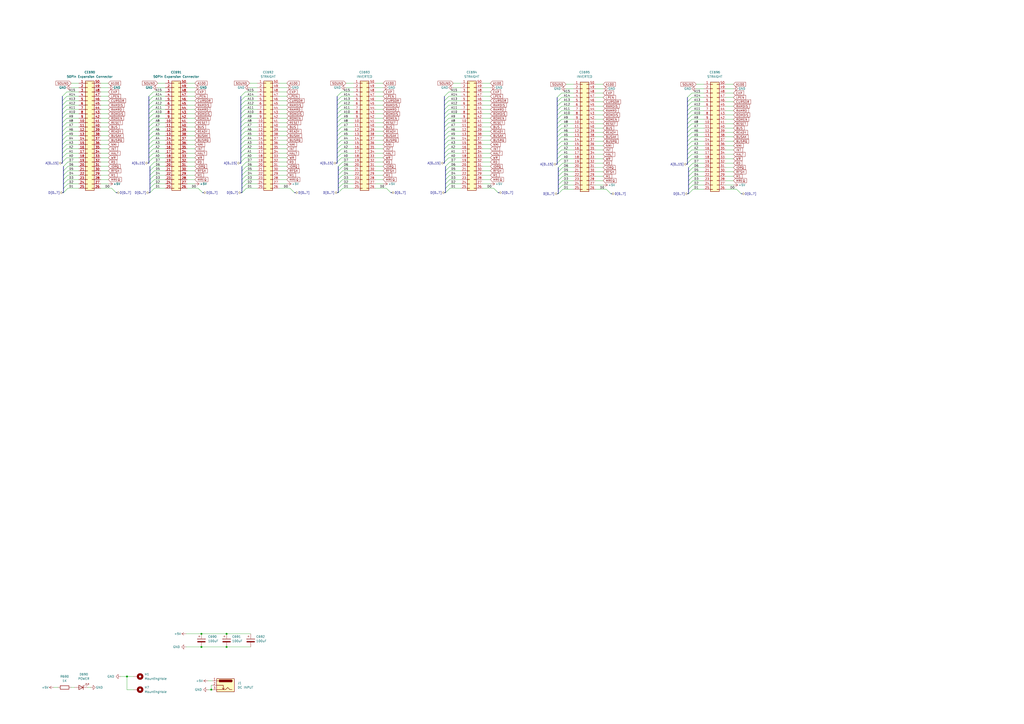
<source format=kicad_sch>
(kicad_sch (version 20211123) (generator eeschema)
  (paper "A2")
  (junction (at 131.445 375.285))
  (junction (at 131.445 367.665))
  (junction (at 73.66 392.43))
  (junction (at 116.84 375.285))
  (junction (at 122.555 400.05))
  (junction (at 116.84 367.665))
  (bus_entry (at 195.58 83.82) (size 2.54 -2.54))
  (bus_entry (at 139.7 81.28) (size 2.54 -2.54))
  (bus_entry (at 323.85 102.235) (size 2.54 -2.54))
  (bus_entry (at 86.36 71.12) (size 2.54 -2.54))
  (bus_entry (at 258.445 96.52) (size 2.54 -2.54))
  (bus_entry (at 36.195 55.88) (size 2.54 -2.54))
  (bus_entry (at 195.58 63.5) (size 2.54 -2.54))
  (bus_entry (at 257.81 93.98) (size 2.54 -2.54))
  (bus_entry (at 195.58 60.96) (size 2.54 -2.54))
  (bus_entry (at 86.36 86.36) (size 2.54 -2.54))
  (bus_entry (at 398.78 71.755) (size 2.54 -2.54))
  (bus_entry (at 36.83 106.68) (size 2.54 -2.54))
  (bus_entry (at 139.7 55.88) (size 2.54 -2.54))
  (bus_entry (at 323.215 61.595) (size 2.54 -2.54))
  (bus_entry (at 257.81 86.36) (size 2.54 -2.54))
  (bus_entry (at 398.78 64.135) (size 2.54 -2.54))
  (bus_entry (at 36.195 60.96) (size 2.54 -2.54))
  (bus_entry (at 36.83 111.76) (size 2.54 -2.54))
  (bus_entry (at 323.215 81.915) (size 2.54 -2.54))
  (bus_entry (at 36.195 73.66) (size 2.54 -2.54))
  (bus_entry (at 195.58 58.42) (size 2.54 -2.54))
  (bus_entry (at 86.995 109.22) (size 2.54 -2.54))
  (bus_entry (at 64.77 109.22) (size 2.54 2.54))
  (bus_entry (at 399.415 109.855) (size 2.54 -2.54))
  (bus_entry (at 258.445 99.06) (size 2.54 -2.54))
  (bus_entry (at 139.7 83.82) (size 2.54 -2.54))
  (bus_entry (at 398.78 86.995) (size 2.54 -2.54))
  (bus_entry (at 195.58 91.44) (size 2.54 -2.54))
  (bus_entry (at 36.195 88.9) (size 2.54 -2.54))
  (bus_entry (at 36.195 76.2) (size 2.54 -2.54))
  (bus_entry (at 427.355 109.855) (size 2.54 2.54))
  (bus_entry (at 36.83 101.6) (size 2.54 -2.54))
  (bus_entry (at 398.78 94.615) (size 2.54 -2.54))
  (bus_entry (at 258.445 109.22) (size 2.54 -2.54))
  (bus_entry (at 257.81 76.2) (size 2.54 -2.54))
  (bus_entry (at 86.36 78.74) (size 2.54 -2.54))
  (bus_entry (at 257.81 71.12) (size 2.54 -2.54))
  (bus_entry (at 257.81 66.04) (size 2.54 -2.54))
  (bus_entry (at 257.81 81.28) (size 2.54 -2.54))
  (bus_entry (at 323.215 59.055) (size 2.54 -2.54))
  (bus_entry (at 323.85 109.855) (size 2.54 -2.54))
  (bus_entry (at 36.195 81.28) (size 2.54 -2.54))
  (bus_entry (at 86.36 93.98) (size 2.54 -2.54))
  (bus_entry (at 139.7 86.36) (size 2.54 -2.54))
  (bus_entry (at 36.195 63.5) (size 2.54 -2.54))
  (bus_entry (at 36.195 86.36) (size 2.54 -2.54))
  (bus_entry (at 399.415 107.315) (size 2.54 -2.54))
  (bus_entry (at 257.81 63.5) (size 2.54 -2.54))
  (bus_entry (at 323.85 112.395) (size 2.54 -2.54))
  (bus_entry (at 195.58 55.88) (size 2.54 -2.54))
  (bus_entry (at 257.81 83.82) (size 2.54 -2.54))
  (bus_entry (at 398.78 84.455) (size 2.54 -2.54))
  (bus_entry (at 323.215 56.515) (size 2.54 -2.54))
  (bus_entry (at 399.415 112.395) (size 2.54 -2.54))
  (bus_entry (at 36.195 68.58) (size 2.54 -2.54))
  (bus_entry (at 86.36 60.96) (size 2.54 -2.54))
  (bus_entry (at 323.215 69.215) (size 2.54 -2.54))
  (bus_entry (at 398.78 61.595) (size 2.54 -2.54))
  (bus_entry (at 399.415 104.775) (size 2.54 -2.54))
  (bus_entry (at 140.335 106.68) (size 2.54 -2.54))
  (bus_entry (at 195.58 88.9) (size 2.54 -2.54))
  (bus_entry (at 323.85 104.775) (size 2.54 -2.54))
  (bus_entry (at 139.7 63.5) (size 2.54 -2.54))
  (bus_entry (at 196.215 101.6) (size 2.54 -2.54))
  (bus_entry (at 196.215 104.14) (size 2.54 -2.54))
  (bus_entry (at 196.215 111.76) (size 2.54 -2.54))
  (bus_entry (at 258.445 104.14) (size 2.54 -2.54))
  (bus_entry (at 224.155 109.22) (size 2.54 2.54))
  (bus_entry (at 36.83 99.06) (size 2.54 -2.54))
  (bus_entry (at 399.415 97.155) (size 2.54 -2.54))
  (bus_entry (at 257.81 58.42) (size 2.54 -2.54))
  (bus_entry (at 258.445 101.6) (size 2.54 -2.54))
  (bus_entry (at 36.195 78.74) (size 2.54 -2.54))
  (bus_entry (at 195.58 66.04) (size 2.54 -2.54))
  (bus_entry (at 139.7 60.96) (size 2.54 -2.54))
  (bus_entry (at 36.195 93.98) (size 2.54 -2.54))
  (bus_entry (at 36.195 83.82) (size 2.54 -2.54))
  (bus_entry (at 36.83 104.14) (size 2.54 -2.54))
  (bus_entry (at 323.215 89.535) (size 2.54 -2.54))
  (bus_entry (at 258.445 106.68) (size 2.54 -2.54))
  (bus_entry (at 86.36 88.9) (size 2.54 -2.54))
  (bus_entry (at 86.36 76.2) (size 2.54 -2.54))
  (bus_entry (at 286.385 109.22) (size 2.54 2.54))
  (bus_entry (at 114.935 109.22) (size 2.54 2.54))
  (bus_entry (at 398.78 74.295) (size 2.54 -2.54))
  (bus_entry (at 36.195 91.44) (size 2.54 -2.54))
  (bus_entry (at 86.995 99.06) (size 2.54 -2.54))
  (bus_entry (at 139.7 88.9) (size 2.54 -2.54))
  (bus_entry (at 399.415 102.235) (size 2.54 -2.54))
  (bus_entry (at 86.36 68.58) (size 2.54 -2.54))
  (bus_entry (at 323.215 86.995) (size 2.54 -2.54))
  (bus_entry (at 398.78 76.835) (size 2.54 -2.54))
  (bus_entry (at 86.36 91.44) (size 2.54 -2.54))
  (bus_entry (at 323.215 66.675) (size 2.54 -2.54))
  (bus_entry (at 258.445 111.76) (size 2.54 -2.54))
  (bus_entry (at 323.215 92.075) (size 2.54 -2.54))
  (bus_entry (at 139.7 91.44) (size 2.54 -2.54))
  (bus_entry (at 195.58 81.28) (size 2.54 -2.54))
  (bus_entry (at 86.36 55.88) (size 2.54 -2.54))
  (bus_entry (at 86.36 58.42) (size 2.54 -2.54))
  (bus_entry (at 323.85 107.315) (size 2.54 -2.54))
  (bus_entry (at 257.81 55.88) (size 2.54 -2.54))
  (bus_entry (at 140.335 111.76) (size 2.54 -2.54))
  (bus_entry (at 86.995 106.68) (size 2.54 -2.54))
  (bus_entry (at 168.275 109.22) (size 2.54 2.54))
  (bus_entry (at 140.335 101.6) (size 2.54 -2.54))
  (bus_entry (at 257.81 68.58) (size 2.54 -2.54))
  (bus_entry (at 139.7 76.2) (size 2.54 -2.54))
  (bus_entry (at 86.995 101.6) (size 2.54 -2.54))
  (bus_entry (at 323.215 71.755) (size 2.54 -2.54))
  (bus_entry (at 86.36 66.04) (size 2.54 -2.54))
  (bus_entry (at 195.58 93.98) (size 2.54 -2.54))
  (bus_entry (at 86.995 104.14) (size 2.54 -2.54))
  (bus_entry (at 139.7 78.74) (size 2.54 -2.54))
  (bus_entry (at 351.79 109.855) (size 2.54 2.54))
  (bus_entry (at 140.335 96.52) (size 2.54 -2.54))
  (bus_entry (at 196.215 106.68) (size 2.54 -2.54))
  (bus_entry (at 323.215 84.455) (size 2.54 -2.54))
  (bus_entry (at 257.81 91.44) (size 2.54 -2.54))
  (bus_entry (at 139.7 71.12) (size 2.54 -2.54))
  (bus_entry (at 398.78 66.675) (size 2.54 -2.54))
  (bus_entry (at 140.335 99.06) (size 2.54 -2.54))
  (bus_entry (at 86.36 81.28) (size 2.54 -2.54))
  (bus_entry (at 195.58 86.36) (size 2.54 -2.54))
  (bus_entry (at 323.85 97.155) (size 2.54 -2.54))
  (bus_entry (at 323.215 79.375) (size 2.54 -2.54))
  (bus_entry (at 323.215 76.835) (size 2.54 -2.54))
  (bus_entry (at 257.81 60.96) (size 2.54 -2.54))
  (bus_entry (at 36.83 109.22) (size 2.54 -2.54))
  (bus_entry (at 398.78 89.535) (size 2.54 -2.54))
  (bus_entry (at 398.78 79.375) (size 2.54 -2.54))
  (bus_entry (at 139.7 93.98) (size 2.54 -2.54))
  (bus_entry (at 323.215 94.615) (size 2.54 -2.54))
  (bus_entry (at 139.7 58.42) (size 2.54 -2.54))
  (bus_entry (at 86.36 73.66) (size 2.54 -2.54))
  (bus_entry (at 323.215 74.295) (size 2.54 -2.54))
  (bus_entry (at 323.85 99.695) (size 2.54 -2.54))
  (bus_entry (at 398.78 69.215) (size 2.54 -2.54))
  (bus_entry (at 195.58 78.74) (size 2.54 -2.54))
  (bus_entry (at 398.78 59.055) (size 2.54 -2.54))
  (bus_entry (at 139.7 68.58) (size 2.54 -2.54))
  (bus_entry (at 140.335 109.22) (size 2.54 -2.54))
  (bus_entry (at 36.83 96.52) (size 2.54 -2.54))
  (bus_entry (at 196.215 96.52) (size 2.54 -2.54))
  (bus_entry (at 257.81 78.74) (size 2.54 -2.54))
  (bus_entry (at 86.36 63.5) (size 2.54 -2.54))
  (bus_entry (at 140.335 104.14) (size 2.54 -2.54))
  (bus_entry (at 195.58 76.2) (size 2.54 -2.54))
  (bus_entry (at 139.7 66.04) (size 2.54 -2.54))
  (bus_entry (at 323.215 64.135) (size 2.54 -2.54))
  (bus_entry (at 195.58 73.66) (size 2.54 -2.54))
  (bus_entry (at 86.995 111.76) (size 2.54 -2.54))
  (bus_entry (at 399.415 99.695) (size 2.54 -2.54))
  (bus_entry (at 36.195 71.12) (size 2.54 -2.54))
  (bus_entry (at 196.215 109.22) (size 2.54 -2.54))
  (bus_entry (at 257.81 88.9) (size 2.54 -2.54))
  (bus_entry (at 195.58 68.58) (size 2.54 -2.54))
  (bus_entry (at 257.81 73.66) (size 2.54 -2.54))
  (bus_entry (at 195.58 71.12) (size 2.54 -2.54))
  (bus_entry (at 196.215 99.06) (size 2.54 -2.54))
  (bus_entry (at 139.7 73.66) (size 2.54 -2.54))
  (bus_entry (at 36.195 58.42) (size 2.54 -2.54))
  (bus_entry (at 86.36 83.82) (size 2.54 -2.54))
  (bus_entry (at 398.78 81.915) (size 2.54 -2.54))
  (bus_entry (at 36.195 66.04) (size 2.54 -2.54))
  (bus_entry (at 86.995 96.52) (size 2.54 -2.54))
  (bus_entry (at 398.78 92.075) (size 2.54 -2.54))
  (bus_entry (at 398.78 56.515) (size 2.54 -2.54))
  (bus (pts (xy 36.83 106.68) (xy 36.83 109.22)))
  (wire (pts (xy 161.925 50.8) (xy 166.37 50.8)))
  (wire (pts (xy 108.585 93.98) (xy 113.03 93.98)))
  (wire (pts (xy 280.035 48.26) (xy 284.48 48.26)))
  (wire (pts (xy 108.585 63.5) (xy 113.03 63.5)))
  (bus (pts (xy 196.215 106.68) (xy 196.215 109.22)))
  (wire (pts (xy 108.585 96.52) (xy 113.03 96.52)))
  (bus (pts (xy 258.445 109.22) (xy 258.445 111.76)))
  (wire (pts (xy 198.12 71.12) (xy 205.105 71.12)))
  (bus (pts (xy 36.195 78.74) (xy 36.195 81.28)))
  (bus (pts (xy 398.78 92.075) (xy 398.78 94.615)))
  (wire (pts (xy 108.585 99.06) (xy 113.03 99.06)))
  (bus (pts (xy 257.81 91.44) (xy 257.81 93.98)))
  (bus (pts (xy 196.215 101.6) (xy 196.215 104.14)))
  (wire (pts (xy 39.37 106.68) (xy 45.72 106.68)))
  (wire (pts (xy 108.585 68.58) (xy 113.03 68.58)))
  (bus (pts (xy 36.83 96.52) (xy 36.83 99.06)))
  (bus (pts (xy 323.215 66.675) (xy 323.215 69.215)))
  (wire (pts (xy 325.755 71.755) (xy 332.74 71.755)))
  (wire (pts (xy 58.42 104.14) (xy 62.865 104.14)))
  (bus (pts (xy 398.78 86.995) (xy 398.78 89.535)))
  (wire (pts (xy 260.35 60.96) (xy 267.335 60.96)))
  (wire (pts (xy 401.955 102.235) (xy 408.305 102.235)))
  (wire (pts (xy 325.755 61.595) (xy 332.74 61.595)))
  (wire (pts (xy 69.85 392.43) (xy 73.66 392.43)))
  (wire (pts (xy 217.805 63.5) (xy 222.25 63.5)))
  (bus (pts (xy 139.7 83.82) (xy 139.7 86.36)))
  (wire (pts (xy 421.005 79.375) (xy 425.45 79.375)))
  (bus (pts (xy 257.175 94.615) (xy 257.81 94.615)))
  (wire (pts (xy 41.275 48.26) (xy 45.72 48.26)))
  (bus (pts (xy 86.36 73.66) (xy 86.36 76.2)))
  (wire (pts (xy 280.035 106.68) (xy 284.48 106.68)))
  (bus (pts (xy 86.36 71.12) (xy 86.36 73.66)))
  (bus (pts (xy 86.36 86.36) (xy 86.36 88.9)))
  (wire (pts (xy 108.585 66.04) (xy 113.03 66.04)))
  (wire (pts (xy 41.275 50.8) (xy 45.72 50.8)))
  (bus (pts (xy 195.58 55.88) (xy 195.58 58.42)))
  (wire (pts (xy 260.35 81.28) (xy 267.335 81.28)))
  (wire (pts (xy 345.44 69.215) (xy 349.885 69.215)))
  (wire (pts (xy 38.735 71.12) (xy 45.72 71.12)))
  (bus (pts (xy 399.415 97.155) (xy 399.415 99.695)))
  (bus (pts (xy 36.195 73.66) (xy 36.195 76.2)))
  (wire (pts (xy 89.535 101.6) (xy 95.885 101.6)))
  (bus (pts (xy 118.11 111.76) (xy 117.475 111.76)))
  (wire (pts (xy 58.42 78.74) (xy 62.865 78.74)))
  (wire (pts (xy 345.44 86.995) (xy 349.885 86.995)))
  (bus (pts (xy 139.7 55.88) (xy 139.7 58.42)))
  (wire (pts (xy 421.005 69.215) (xy 425.45 69.215)))
  (wire (pts (xy 198.12 68.58) (xy 205.105 68.58)))
  (bus (pts (xy 323.215 56.515) (xy 323.215 59.055)))
  (bus (pts (xy 36.195 81.28) (xy 36.195 83.82)))
  (wire (pts (xy 142.24 73.66) (xy 149.225 73.66)))
  (bus (pts (xy 323.85 107.315) (xy 323.85 109.855)))
  (wire (pts (xy 88.9 76.2) (xy 95.885 76.2)))
  (bus (pts (xy 36.83 99.06) (xy 36.83 101.6)))
  (wire (pts (xy 108.585 88.9) (xy 113.03 88.9)))
  (wire (pts (xy 345.44 56.515) (xy 349.885 56.515)))
  (bus (pts (xy 195.58 88.9) (xy 195.58 91.44)))
  (wire (pts (xy 198.12 81.28) (xy 205.105 81.28)))
  (bus (pts (xy 36.83 109.22) (xy 36.83 111.76)))
  (wire (pts (xy 91.44 50.8) (xy 95.885 50.8)))
  (wire (pts (xy 88.9 68.58) (xy 95.885 68.58)))
  (wire (pts (xy 421.005 84.455) (xy 425.45 84.455)))
  (bus (pts (xy 195.58 76.2) (xy 195.58 78.74)))
  (wire (pts (xy 325.755 79.375) (xy 332.74 79.375)))
  (wire (pts (xy 108.585 60.96) (xy 113.03 60.96)))
  (wire (pts (xy 198.755 99.06) (xy 205.105 99.06)))
  (wire (pts (xy 260.35 55.88) (xy 267.335 55.88)))
  (wire (pts (xy 401.32 64.135) (xy 408.305 64.135)))
  (wire (pts (xy 39.37 101.6) (xy 45.72 101.6)))
  (wire (pts (xy 325.755 53.975) (xy 332.74 53.975)))
  (wire (pts (xy 88.9 66.04) (xy 95.885 66.04)))
  (wire (pts (xy 217.805 68.58) (xy 222.25 68.58)))
  (wire (pts (xy 38.735 91.44) (xy 45.72 91.44)))
  (wire (pts (xy 123.19 397.51) (xy 122.555 397.51)))
  (wire (pts (xy 421.005 64.135) (xy 425.45 64.135)))
  (wire (pts (xy 58.42 86.36) (xy 62.865 86.36)))
  (wire (pts (xy 217.805 86.36) (xy 222.25 86.36)))
  (bus (pts (xy 257.81 81.28) (xy 257.81 83.82)))
  (bus (pts (xy 140.335 109.22) (xy 140.335 111.76)))
  (wire (pts (xy 88.9 60.96) (xy 95.885 60.96)))
  (wire (pts (xy 421.005 107.315) (xy 425.45 107.315)))
  (bus (pts (xy 139.7 71.12) (xy 139.7 73.66)))
  (wire (pts (xy 142.24 88.9) (xy 149.225 88.9)))
  (bus (pts (xy 323.215 69.215) (xy 323.215 71.755)))
  (bus (pts (xy 139.065 94.615) (xy 139.7 94.615)))
  (bus (pts (xy 258.445 106.68) (xy 258.445 109.22)))
  (bus (pts (xy 195.58 71.12) (xy 195.58 73.66)))
  (bus (pts (xy 323.215 81.915) (xy 323.215 84.455)))
  (wire (pts (xy 73.66 392.43) (xy 73.66 400.05)))
  (bus (pts (xy 140.335 96.52) (xy 140.335 99.06)))
  (bus (pts (xy 322.58 95.25) (xy 323.215 95.25)))
  (wire (pts (xy 198.12 73.66) (xy 205.105 73.66)))
  (bus (pts (xy 257.81 63.5) (xy 257.81 66.04)))
  (wire (pts (xy 401.955 97.155) (xy 408.305 97.155)))
  (bus (pts (xy 399.415 104.775) (xy 399.415 107.315)))
  (wire (pts (xy 142.875 109.22) (xy 149.225 109.22)))
  (wire (pts (xy 421.005 48.895) (xy 425.45 48.895)))
  (bus (pts (xy 323.215 76.835) (xy 323.215 79.375)))
  (wire (pts (xy 401.955 109.855) (xy 408.305 109.855)))
  (wire (pts (xy 345.44 107.315) (xy 349.885 107.315)))
  (wire (pts (xy 280.035 71.12) (xy 284.48 71.12)))
  (wire (pts (xy 421.005 76.835) (xy 425.45 76.835)))
  (bus (pts (xy 139.7 81.28) (xy 139.7 83.82)))
  (wire (pts (xy 280.035 50.8) (xy 284.48 50.8)))
  (wire (pts (xy 421.005 97.155) (xy 425.45 97.155)))
  (wire (pts (xy 39.37 104.14) (xy 45.72 104.14)))
  (bus (pts (xy 354.965 112.395) (xy 354.33 112.395)))
  (wire (pts (xy 58.42 68.58) (xy 62.865 68.58)))
  (wire (pts (xy 142.24 86.36) (xy 149.225 86.36)))
  (bus (pts (xy 86.36 81.28) (xy 86.36 83.82)))
  (wire (pts (xy 217.805 50.8) (xy 222.25 50.8)))
  (wire (pts (xy 280.035 93.98) (xy 284.48 93.98)))
  (wire (pts (xy 50.8 398.78) (xy 52.705 398.78)))
  (wire (pts (xy 161.925 101.6) (xy 166.37 101.6)))
  (wire (pts (xy 421.005 53.975) (xy 425.45 53.975)))
  (wire (pts (xy 325.755 64.135) (xy 332.74 64.135)))
  (wire (pts (xy 58.42 55.88) (xy 62.865 55.88)))
  (wire (pts (xy 142.24 81.28) (xy 149.225 81.28)))
  (wire (pts (xy 345.44 99.695) (xy 349.885 99.695)))
  (bus (pts (xy 195.58 81.28) (xy 195.58 83.82)))
  (bus (pts (xy 195.58 68.58) (xy 195.58 71.12)))
  (wire (pts (xy 108.585 55.88) (xy 113.03 55.88)))
  (bus (pts (xy 323.215 64.135) (xy 323.215 66.675)))
  (wire (pts (xy 58.42 50.8) (xy 62.865 50.8)))
  (bus (pts (xy 86.995 99.06) (xy 86.995 101.6)))
  (bus (pts (xy 86.995 101.6) (xy 86.995 104.14)))
  (wire (pts (xy 280.035 91.44) (xy 284.48 91.44)))
  (wire (pts (xy 108.585 81.28) (xy 113.03 81.28)))
  (wire (pts (xy 58.42 88.9) (xy 62.865 88.9)))
  (wire (pts (xy 88.9 53.34) (xy 95.885 53.34)))
  (wire (pts (xy 280.035 76.2) (xy 284.48 76.2)))
  (wire (pts (xy 403.86 51.435) (xy 408.305 51.435)))
  (wire (pts (xy 161.925 73.66) (xy 166.37 73.66)))
  (bus (pts (xy 86.36 78.74) (xy 86.36 81.28)))
  (wire (pts (xy 58.42 101.6) (xy 62.865 101.6)))
  (wire (pts (xy 345.44 53.975) (xy 349.885 53.975)))
  (wire (pts (xy 108.585 86.36) (xy 113.03 86.36)))
  (wire (pts (xy 401.32 81.915) (xy 408.305 81.915)))
  (wire (pts (xy 142.875 99.06) (xy 149.225 99.06)))
  (wire (pts (xy 58.42 83.82) (xy 62.865 83.82)))
  (wire (pts (xy 122.555 400.05) (xy 123.19 400.05)))
  (bus (pts (xy 398.78 71.755) (xy 398.78 74.295)))
  (wire (pts (xy 280.035 88.9) (xy 284.48 88.9)))
  (wire (pts (xy 401.32 61.595) (xy 408.305 61.595)))
  (bus (pts (xy 398.78 76.835) (xy 398.78 79.375)))
  (wire (pts (xy 198.755 101.6) (xy 205.105 101.6)))
  (bus (pts (xy 398.78 74.295) (xy 398.78 76.835)))
  (wire (pts (xy 142.875 106.68) (xy 149.225 106.68)))
  (bus (pts (xy 196.215 109.22) (xy 196.215 111.76)))
  (bus (pts (xy 398.78 94.615) (xy 398.78 95.25)))
  (wire (pts (xy 88.9 58.42) (xy 95.885 58.42)))
  (bus (pts (xy 195.58 66.04) (xy 195.58 68.58)))
  (wire (pts (xy 401.955 99.695) (xy 408.305 99.695)))
  (wire (pts (xy 260.35 71.12) (xy 267.335 71.12)))
  (wire (pts (xy 38.735 60.96) (xy 45.72 60.96)))
  (bus (pts (xy 323.85 99.695) (xy 323.85 102.235)))
  (bus (pts (xy 139.7 86.36) (xy 139.7 88.9)))
  (bus (pts (xy 86.995 106.68) (xy 86.995 109.22)))
  (wire (pts (xy 328.295 51.435) (xy 332.74 51.435)))
  (wire (pts (xy 73.66 392.43) (xy 77.47 392.43)))
  (bus (pts (xy 139.7 78.74) (xy 139.7 81.28)))
  (wire (pts (xy 58.42 71.12) (xy 62.865 71.12)))
  (wire (pts (xy 161.925 83.82) (xy 166.37 83.82)))
  (bus (pts (xy 139.7 66.04) (xy 139.7 68.58)))
  (wire (pts (xy 280.035 78.74) (xy 284.48 78.74)))
  (wire (pts (xy 89.535 93.98) (xy 95.885 93.98)))
  (wire (pts (xy 260.985 99.06) (xy 267.335 99.06)))
  (wire (pts (xy 280.035 60.96) (xy 284.48 60.96)))
  (bus (pts (xy 195.58 91.44) (xy 195.58 93.98)))
  (wire (pts (xy 108.585 53.34) (xy 113.03 53.34)))
  (wire (pts (xy 280.035 104.14) (xy 284.48 104.14)))
  (bus (pts (xy 257.81 73.66) (xy 257.81 76.2)))
  (bus (pts (xy 257.81 68.58) (xy 257.81 71.12)))
  (wire (pts (xy 58.42 60.96) (xy 62.865 60.96)))
  (bus (pts (xy 196.215 104.14) (xy 196.215 106.68)))
  (wire (pts (xy 401.32 53.975) (xy 408.305 53.975)))
  (wire (pts (xy 161.925 106.68) (xy 166.37 106.68)))
  (wire (pts (xy 198.12 53.34) (xy 205.105 53.34)))
  (wire (pts (xy 58.42 81.28) (xy 62.865 81.28)))
  (wire (pts (xy 280.035 86.36) (xy 284.48 86.36)))
  (bus (pts (xy 323.215 59.055) (xy 323.215 61.595)))
  (wire (pts (xy 421.005 99.695) (xy 425.45 99.695)))
  (bus (pts (xy 36.83 101.6) (xy 36.83 104.14)))
  (wire (pts (xy 421.005 51.435) (xy 425.45 51.435)))
  (bus (pts (xy 139.7 88.9) (xy 139.7 91.44)))
  (bus (pts (xy 398.78 66.675) (xy 398.78 69.215)))
  (wire (pts (xy 217.805 53.34) (xy 222.25 53.34)))
  (wire (pts (xy 144.78 50.8) (xy 149.225 50.8)))
  (bus (pts (xy 258.445 96.52) (xy 258.445 99.06)))
  (bus (pts (xy 139.7 68.58) (xy 139.7 71.12)))
  (wire (pts (xy 142.875 104.14) (xy 149.225 104.14)))
  (bus (pts (xy 36.195 63.5) (xy 36.195 66.04)))
  (wire (pts (xy 38.735 76.2) (xy 45.72 76.2)))
  (wire (pts (xy 38.735 66.04) (xy 45.72 66.04)))
  (bus (pts (xy 86.36 66.04) (xy 86.36 68.58)))
  (wire (pts (xy 262.89 50.8) (xy 267.335 50.8)))
  (wire (pts (xy 345.44 84.455) (xy 349.885 84.455)))
  (wire (pts (xy 401.32 86.995) (xy 408.305 86.995)))
  (wire (pts (xy 161.925 93.98) (xy 166.37 93.98)))
  (wire (pts (xy 88.9 81.28) (xy 95.885 81.28)))
  (wire (pts (xy 345.44 74.295) (xy 349.885 74.295)))
  (wire (pts (xy 161.925 81.28) (xy 166.37 81.28)))
  (bus (pts (xy 258.445 101.6) (xy 258.445 104.14)))
  (bus (pts (xy 323.215 74.295) (xy 323.215 76.835)))
  (wire (pts (xy 108.585 91.44) (xy 113.03 91.44)))
  (wire (pts (xy 58.42 109.22) (xy 64.77 109.22)))
  (wire (pts (xy 325.755 69.215) (xy 332.74 69.215)))
  (wire (pts (xy 325.755 86.995) (xy 332.74 86.995)))
  (wire (pts (xy 39.37 109.22) (xy 45.72 109.22)))
  (wire (pts (xy 401.955 94.615) (xy 408.305 94.615)))
  (wire (pts (xy 58.42 93.98) (xy 62.865 93.98)))
  (wire (pts (xy 260.985 106.68) (xy 267.335 106.68)))
  (bus (pts (xy 36.195 60.96) (xy 36.195 63.5)))
  (wire (pts (xy 198.755 93.98) (xy 205.105 93.98)))
  (wire (pts (xy 161.925 104.14) (xy 166.37 104.14)))
  (bus (pts (xy 85.725 94.615) (xy 86.36 94.615)))
  (bus (pts (xy 398.78 112.395) (xy 399.415 112.395)))
  (wire (pts (xy 198.12 58.42) (xy 205.105 58.42)))
  (wire (pts (xy 58.42 76.2) (xy 62.865 76.2)))
  (wire (pts (xy 217.805 88.9) (xy 222.25 88.9)))
  (wire (pts (xy 88.9 91.44) (xy 95.885 91.44)))
  (wire (pts (xy 73.66 400.05) (xy 77.47 400.05)))
  (bus (pts (xy 323.215 94.615) (xy 323.215 95.25)))
  (bus (pts (xy 86.36 60.96) (xy 86.36 63.5)))
  (wire (pts (xy 38.735 63.5) (xy 45.72 63.5)))
  (wire (pts (xy 345.44 66.675) (xy 349.885 66.675)))
  (bus (pts (xy 171.45 111.76) (xy 170.815 111.76)))
  (wire (pts (xy 345.44 79.375) (xy 349.885 79.375)))
  (wire (pts (xy 421.005 94.615) (xy 425.45 94.615)))
  (bus (pts (xy 36.195 71.12) (xy 36.195 73.66)))
  (bus (pts (xy 139.7 111.76) (xy 140.335 111.76)))
  (bus (pts (xy 196.215 99.06) (xy 196.215 101.6)))
  (wire (pts (xy 131.445 367.665) (xy 145.415 367.665)))
  (wire (pts (xy 217.805 91.44) (xy 222.25 91.44)))
  (wire (pts (xy 91.44 48.26) (xy 95.885 48.26)))
  (wire (pts (xy 345.44 48.895) (xy 349.885 48.895)))
  (bus (pts (xy 36.195 86.36) (xy 36.195 88.9)))
  (wire (pts (xy 108.585 101.6) (xy 113.03 101.6)))
  (wire (pts (xy 198.12 78.74) (xy 205.105 78.74)))
  (wire (pts (xy 345.44 51.435) (xy 349.885 51.435)))
  (bus (pts (xy 258.445 104.14) (xy 258.445 106.68)))
  (wire (pts (xy 108.585 106.68) (xy 113.03 106.68)))
  (wire (pts (xy 58.42 91.44) (xy 62.865 91.44)))
  (wire (pts (xy 142.24 78.74) (xy 149.225 78.74)))
  (wire (pts (xy 421.005 66.675) (xy 425.45 66.675)))
  (wire (pts (xy 325.755 59.055) (xy 332.74 59.055)))
  (bus (pts (xy 195.58 86.36) (xy 195.58 88.9)))
  (wire (pts (xy 122.555 397.51) (xy 122.555 400.05)))
  (wire (pts (xy 260.35 68.58) (xy 267.335 68.58)))
  (bus (pts (xy 196.215 96.52) (xy 196.215 99.06)))
  (bus (pts (xy 257.81 93.98) (xy 257.81 94.615)))
  (bus (pts (xy 257.81 83.82) (xy 257.81 86.36)))
  (wire (pts (xy 280.035 58.42) (xy 284.48 58.42)))
  (wire (pts (xy 217.805 48.26) (xy 222.25 48.26)))
  (wire (pts (xy 280.035 68.58) (xy 284.48 68.58)))
  (wire (pts (xy 345.44 71.755) (xy 349.885 71.755)))
  (bus (pts (xy 257.81 60.96) (xy 257.81 63.5)))
  (wire (pts (xy 421.005 89.535) (xy 425.45 89.535)))
  (wire (pts (xy 217.805 71.12) (xy 222.25 71.12)))
  (wire (pts (xy 161.925 68.58) (xy 166.37 68.58)))
  (wire (pts (xy 88.9 63.5) (xy 95.885 63.5)))
  (wire (pts (xy 58.42 96.52) (xy 62.865 96.52)))
  (wire (pts (xy 198.12 55.88) (xy 205.105 55.88)))
  (wire (pts (xy 345.44 81.915) (xy 349.885 81.915)))
  (wire (pts (xy 421.005 104.775) (xy 425.45 104.775)))
  (bus (pts (xy 399.415 99.695) (xy 399.415 102.235)))
  (wire (pts (xy 326.39 109.855) (xy 332.74 109.855)))
  (wire (pts (xy 198.12 91.44) (xy 205.105 91.44)))
  (bus (pts (xy 398.78 81.915) (xy 398.78 84.455)))
  (wire (pts (xy 401.32 84.455) (xy 408.305 84.455)))
  (wire (pts (xy 161.925 55.88) (xy 166.37 55.88)))
  (bus (pts (xy 36.195 83.82) (xy 36.195 86.36)))
  (wire (pts (xy 38.735 78.74) (xy 45.72 78.74)))
  (bus (pts (xy 398.78 59.055) (xy 398.78 61.595)))
  (wire (pts (xy 260.35 83.82) (xy 267.335 83.82)))
  (bus (pts (xy 323.215 61.595) (xy 323.215 64.135)))
  (wire (pts (xy 161.925 58.42) (xy 166.37 58.42)))
  (bus (pts (xy 86.995 104.14) (xy 86.995 106.68)))
  (wire (pts (xy 142.875 96.52) (xy 149.225 96.52)))
  (bus (pts (xy 398.78 84.455) (xy 398.78 86.995)))
  (wire (pts (xy 345.44 94.615) (xy 349.885 94.615)))
  (wire (pts (xy 421.005 102.235) (xy 425.45 102.235)))
  (wire (pts (xy 38.735 83.82) (xy 45.72 83.82)))
  (wire (pts (xy 326.39 102.235) (xy 332.74 102.235)))
  (bus (pts (xy 398.78 56.515) (xy 398.78 59.055)))
  (wire (pts (xy 217.805 106.68) (xy 222.25 106.68)))
  (wire (pts (xy 161.925 88.9) (xy 166.37 88.9)))
  (wire (pts (xy 198.12 83.82) (xy 205.105 83.82)))
  (wire (pts (xy 198.755 104.14) (xy 205.105 104.14)))
  (wire (pts (xy 200.66 50.8) (xy 205.105 50.8)))
  (wire (pts (xy 401.32 74.295) (xy 408.305 74.295)))
  (bus (pts (xy 323.215 89.535) (xy 323.215 92.075)))
  (wire (pts (xy 260.985 109.22) (xy 267.335 109.22)))
  (wire (pts (xy 142.24 71.12) (xy 149.225 71.12)))
  (bus (pts (xy 289.56 111.76) (xy 288.925 111.76)))
  (bus (pts (xy 258.445 99.06) (xy 258.445 101.6)))
  (wire (pts (xy 142.24 76.2) (xy 149.225 76.2)))
  (wire (pts (xy 280.035 81.28) (xy 284.48 81.28)))
  (wire (pts (xy 345.44 109.855) (xy 351.79 109.855)))
  (wire (pts (xy 345.44 61.595) (xy 349.885 61.595)))
  (wire (pts (xy 421.005 71.755) (xy 425.45 71.755)))
  (wire (pts (xy 38.735 81.28) (xy 45.72 81.28)))
  (wire (pts (xy 260.35 66.04) (xy 267.335 66.04)))
  (bus (pts (xy 257.81 71.12) (xy 257.81 73.66)))
  (bus (pts (xy 139.7 93.98) (xy 139.7 94.615)))
  (wire (pts (xy 58.42 53.34) (xy 62.865 53.34)))
  (bus (pts (xy 195.58 78.74) (xy 195.58 81.28)))
  (wire (pts (xy 401.32 79.375) (xy 408.305 79.375)))
  (wire (pts (xy 107.95 367.665) (xy 116.84 367.665)))
  (bus (pts (xy 36.195 76.2) (xy 36.195 78.74)))
  (wire (pts (xy 325.755 81.915) (xy 332.74 81.915)))
  (bus (pts (xy 257.81 111.76) (xy 258.445 111.76)))
  (bus (pts (xy 139.7 91.44) (xy 139.7 93.98)))
  (wire (pts (xy 262.89 48.26) (xy 267.335 48.26)))
  (wire (pts (xy 345.44 76.835) (xy 349.885 76.835)))
  (bus (pts (xy 86.36 63.5) (xy 86.36 66.04)))
  (bus (pts (xy 86.36 76.2) (xy 86.36 78.74)))
  (wire (pts (xy 108.585 48.26) (xy 113.03 48.26)))
  (wire (pts (xy 198.12 86.36) (xy 205.105 86.36)))
  (wire (pts (xy 142.24 53.34) (xy 149.225 53.34)))
  (wire (pts (xy 326.39 107.315) (xy 332.74 107.315)))
  (wire (pts (xy 260.35 88.9) (xy 267.335 88.9)))
  (wire (pts (xy 161.925 96.52) (xy 166.37 96.52)))
  (wire (pts (xy 38.735 55.88) (xy 45.72 55.88)))
  (wire (pts (xy 217.805 104.14) (xy 222.25 104.14)))
  (wire (pts (xy 108.585 109.22) (xy 114.935 109.22)))
  (bus (pts (xy 86.36 55.88) (xy 86.36 58.42)))
  (wire (pts (xy 142.24 60.96) (xy 149.225 60.96)))
  (bus (pts (xy 398.78 69.215) (xy 398.78 71.755)))
  (wire (pts (xy 198.12 63.5) (xy 205.105 63.5)))
  (wire (pts (xy 217.805 101.6) (xy 222.25 101.6)))
  (bus (pts (xy 35.56 94.615) (xy 36.195 94.615)))
  (bus (pts (xy 140.335 104.14) (xy 140.335 106.68)))
  (wire (pts (xy 345.44 64.135) (xy 349.885 64.135)))
  (wire (pts (xy 88.9 86.36) (xy 95.885 86.36)))
  (wire (pts (xy 280.035 73.66) (xy 284.48 73.66)))
  (wire (pts (xy 325.755 76.835) (xy 332.74 76.835)))
  (wire (pts (xy 260.985 104.14) (xy 267.335 104.14)))
  (wire (pts (xy 39.37 96.52) (xy 45.72 96.52)))
  (wire (pts (xy 108.585 58.42) (xy 113.03 58.42)))
  (wire (pts (xy 198.12 76.2) (xy 205.105 76.2)))
  (bus (pts (xy 323.215 92.075) (xy 323.215 94.615)))
  (wire (pts (xy 142.24 66.04) (xy 149.225 66.04)))
  (bus (pts (xy 257.81 88.9) (xy 257.81 91.44)))
  (wire (pts (xy 142.24 55.88) (xy 149.225 55.88)))
  (wire (pts (xy 200.66 48.26) (xy 205.105 48.26)))
  (bus (pts (xy 257.81 86.36) (xy 257.81 88.9)))
  (wire (pts (xy 280.035 55.88) (xy 284.48 55.88)))
  (bus (pts (xy 86.36 83.82) (xy 86.36 86.36)))
  (wire (pts (xy 325.755 74.295) (xy 332.74 74.295)))
  (bus (pts (xy 430.53 112.395) (xy 429.895 112.395)))
  (wire (pts (xy 58.42 73.66) (xy 62.865 73.66)))
  (wire (pts (xy 421.005 81.915) (xy 425.45 81.915)))
  (bus (pts (xy 398.78 64.135) (xy 398.78 66.675)))
  (wire (pts (xy 108.585 76.2) (xy 113.03 76.2)))
  (wire (pts (xy 89.535 96.52) (xy 95.885 96.52)))
  (bus (pts (xy 257.81 78.74) (xy 257.81 81.28)))
  (wire (pts (xy 401.32 59.055) (xy 408.305 59.055)))
  (wire (pts (xy 161.925 71.12) (xy 166.37 71.12)))
  (wire (pts (xy 89.535 106.68) (xy 95.885 106.68)))
  (bus (pts (xy 323.215 71.755) (xy 323.215 74.295)))
  (wire (pts (xy 38.735 53.34) (xy 45.72 53.34)))
  (wire (pts (xy 325.755 92.075) (xy 332.74 92.075)))
  (wire (pts (xy 89.535 109.22) (xy 95.885 109.22)))
  (wire (pts (xy 345.44 104.775) (xy 349.885 104.775)))
  (bus (pts (xy 323.215 84.455) (xy 323.215 86.995)))
  (wire (pts (xy 217.805 55.88) (xy 222.25 55.88)))
  (wire (pts (xy 142.875 101.6) (xy 149.225 101.6)))
  (bus (pts (xy 139.7 76.2) (xy 139.7 78.74)))
  (wire (pts (xy 58.42 106.68) (xy 62.865 106.68)))
  (wire (pts (xy 108.585 83.82) (xy 113.03 83.82)))
  (wire (pts (xy 108.585 73.66) (xy 113.03 73.66)))
  (wire (pts (xy 217.805 81.28) (xy 222.25 81.28)))
  (wire (pts (xy 142.875 93.98) (xy 149.225 93.98)))
  (wire (pts (xy 123.19 394.97) (xy 120.65 394.97)))
  (wire (pts (xy 58.42 48.26) (xy 62.865 48.26)))
  (wire (pts (xy 58.42 99.06) (xy 62.865 99.06)))
  (wire (pts (xy 142.24 63.5) (xy 149.225 63.5)))
  (wire (pts (xy 217.805 93.98) (xy 222.25 93.98)))
  (bus (pts (xy 86.995 109.22) (xy 86.995 111.76)))
  (bus (pts (xy 323.215 86.995) (xy 323.215 89.535)))
  (bus (pts (xy 86.36 68.58) (xy 86.36 71.12)))
  (bus (pts (xy 36.195 93.98) (xy 36.195 94.615)))
  (wire (pts (xy 280.035 66.04) (xy 284.48 66.04)))
  (wire (pts (xy 280.035 96.52) (xy 284.48 96.52)))
  (bus (pts (xy 323.215 112.395) (xy 323.85 112.395)))
  (wire (pts (xy 161.925 91.44) (xy 166.37 91.44)))
  (bus (pts (xy 67.945 111.76) (xy 67.31 111.76)))
  (wire (pts (xy 421.005 86.995) (xy 425.45 86.995)))
  (bus (pts (xy 398.78 89.535) (xy 398.78 92.075)))
  (wire (pts (xy 260.985 96.52) (xy 267.335 96.52)))
  (bus (pts (xy 195.58 58.42) (xy 195.58 60.96)))
  (wire (pts (xy 88.9 73.66) (xy 95.885 73.66)))
  (wire (pts (xy 161.925 99.06) (xy 166.37 99.06)))
  (wire (pts (xy 198.12 66.04) (xy 205.105 66.04)))
  (wire (pts (xy 280.035 101.6) (xy 284.48 101.6)))
  (bus (pts (xy 323.85 97.155) (xy 323.85 99.695)))
  (wire (pts (xy 88.9 55.88) (xy 95.885 55.88)))
  (bus (pts (xy 194.945 94.615) (xy 195.58 94.615)))
  (wire (pts (xy 401.32 71.755) (xy 408.305 71.755)))
  (wire (pts (xy 161.925 53.34) (xy 166.37 53.34)))
  (wire (pts (xy 421.005 59.055) (xy 425.45 59.055)))
  (wire (pts (xy 260.35 63.5) (xy 267.335 63.5)))
  (wire (pts (xy 217.805 96.52) (xy 222.25 96.52)))
  (bus (pts (xy 323.85 109.855) (xy 323.85 112.395)))
  (bus (pts (xy 398.78 79.375) (xy 398.78 81.915)))
  (wire (pts (xy 108.585 78.74) (xy 113.03 78.74)))
  (bus (pts (xy 140.335 99.06) (xy 140.335 101.6)))
  (bus (pts (xy 86.36 93.98) (xy 86.36 94.615)))
  (wire (pts (xy 217.805 99.06) (xy 222.25 99.06)))
  (wire (pts (xy 260.985 101.6) (xy 267.335 101.6)))
  (wire (pts (xy 401.955 107.315) (xy 408.305 107.315)))
  (wire (pts (xy 198.12 88.9) (xy 205.105 88.9)))
  (wire (pts (xy 131.445 375.285) (xy 145.415 375.285)))
  (bus (pts (xy 257.81 58.42) (xy 257.81 60.96)))
  (wire (pts (xy 217.805 58.42) (xy 222.25 58.42)))
  (bus (pts (xy 86.36 88.9) (xy 86.36 91.44)))
  (wire (pts (xy 217.805 83.82) (xy 222.25 83.82)))
  (wire (pts (xy 142.24 91.44) (xy 149.225 91.44)))
  (wire (pts (xy 401.32 76.835) (xy 408.305 76.835)))
  (wire (pts (xy 326.39 99.695) (xy 332.74 99.695)))
  (bus (pts (xy 195.58 73.66) (xy 195.58 76.2)))
  (wire (pts (xy 325.755 66.675) (xy 332.74 66.675)))
  (wire (pts (xy 403.86 48.895) (xy 408.305 48.895)))
  (wire (pts (xy 89.535 99.06) (xy 95.885 99.06)))
  (wire (pts (xy 260.35 86.36) (xy 267.335 86.36)))
  (wire (pts (xy 41.275 398.78) (xy 43.18 398.78)))
  (wire (pts (xy 108.585 71.12) (xy 113.03 71.12)))
  (wire (pts (xy 88.9 78.74) (xy 95.885 78.74)))
  (bus (pts (xy 36.195 68.58) (xy 36.195 71.12)))
  (wire (pts (xy 260.35 53.34) (xy 267.335 53.34)))
  (wire (pts (xy 401.32 89.535) (xy 408.305 89.535)))
  (wire (pts (xy 217.805 76.2) (xy 222.25 76.2)))
  (wire (pts (xy 161.925 78.74) (xy 166.37 78.74)))
  (wire (pts (xy 401.32 66.675) (xy 408.305 66.675)))
  (wire (pts (xy 142.24 83.82) (xy 149.225 83.82)))
  (wire (pts (xy 161.925 60.96) (xy 166.37 60.96)))
  (wire (pts (xy 198.755 106.68) (xy 205.105 106.68)))
  (bus (pts (xy 195.58 63.5) (xy 195.58 66.04)))
  (wire (pts (xy 58.42 58.42) (xy 62.865 58.42)))
  (bus (pts (xy 399.415 107.315) (xy 399.415 109.855)))
  (bus (pts (xy 257.81 66.04) (xy 257.81 68.58)))
  (bus (pts (xy 323.85 102.235) (xy 323.85 104.775)))
  (wire (pts (xy 161.925 86.36) (xy 166.37 86.36)))
  (bus (pts (xy 323.215 79.375) (xy 323.215 81.915)))
  (bus (pts (xy 140.335 106.68) (xy 140.335 109.22)))
  (wire (pts (xy 33.655 398.78) (xy 31.115 398.78)))
  (wire (pts (xy 280.035 83.82) (xy 284.48 83.82)))
  (wire (pts (xy 280.035 63.5) (xy 284.48 63.5)))
  (wire (pts (xy 401.32 56.515) (xy 408.305 56.515)))
  (wire (pts (xy 217.805 78.74) (xy 222.25 78.74)))
  (wire (pts (xy 280.035 109.22) (xy 286.385 109.22)))
  (bus (pts (xy 139.7 60.96) (xy 139.7 63.5)))
  (wire (pts (xy 260.35 73.66) (xy 267.335 73.66)))
  (wire (pts (xy 58.42 63.5) (xy 62.865 63.5)))
  (wire (pts (xy 325.755 84.455) (xy 332.74 84.455)))
  (bus (pts (xy 399.415 102.235) (xy 399.415 104.775)))
  (wire (pts (xy 116.84 367.665) (xy 131.445 367.665)))
  (wire (pts (xy 108.585 104.14) (xy 113.03 104.14)))
  (wire (pts (xy 280.035 53.34) (xy 284.48 53.34)))
  (bus (pts (xy 195.58 93.98) (xy 195.58 94.615)))
  (wire (pts (xy 161.925 63.5) (xy 166.37 63.5)))
  (wire (pts (xy 88.9 71.12) (xy 95.885 71.12)))
  (wire (pts (xy 38.735 73.66) (xy 45.72 73.66)))
  (wire (pts (xy 421.005 56.515) (xy 425.45 56.515)))
  (wire (pts (xy 38.735 86.36) (xy 45.72 86.36)))
  (wire (pts (xy 260.35 76.2) (xy 267.335 76.2)))
  (wire (pts (xy 421.005 92.075) (xy 425.45 92.075)))
  (wire (pts (xy 88.9 83.82) (xy 95.885 83.82)))
  (wire (pts (xy 38.735 58.42) (xy 45.72 58.42)))
  (bus (pts (xy 86.36 91.44) (xy 86.36 93.98)))
  (wire (pts (xy 345.44 89.535) (xy 349.885 89.535)))
  (wire (pts (xy 107.95 375.285) (xy 116.84 375.285)))
  (wire (pts (xy 401.32 69.215) (xy 408.305 69.215)))
  (wire (pts (xy 144.78 48.26) (xy 149.225 48.26)))
  (wire (pts (xy 401.955 104.775) (xy 408.305 104.775)))
  (wire (pts (xy 260.35 91.44) (xy 267.335 91.44)))
  (wire (pts (xy 198.755 96.52) (xy 205.105 96.52)))
  (wire (pts (xy 280.035 99.06) (xy 284.48 99.06)))
  (wire (pts (xy 39.37 93.98) (xy 45.72 93.98)))
  (bus (pts (xy 139.7 58.42) (xy 139.7 60.96)))
  (bus (pts (xy 195.58 111.76) (xy 196.215 111.76)))
  (bus (pts (xy 86.36 58.42) (xy 86.36 60.96)))
  (bus (pts (xy 227.33 111.76) (xy 226.695 111.76)))
  (wire (pts (xy 260.35 58.42) (xy 267.335 58.42)))
  (bus (pts (xy 257.81 76.2) (xy 257.81 78.74)))
  (wire (pts (xy 326.39 104.775) (xy 332.74 104.775)))
  (wire (pts (xy 421.005 61.595) (xy 425.45 61.595)))
  (wire (pts (xy 345.44 102.235) (xy 349.885 102.235)))
  (bus (pts (xy 398.78 61.595) (xy 398.78 64.135)))
  (wire (pts (xy 217.805 109.22) (xy 224.155 109.22)))
  (bus (pts (xy 140.335 101.6) (xy 140.335 104.14)))
  (wire (pts (xy 260.985 93.98) (xy 267.335 93.98)))
  (wire (pts (xy 38.735 88.9) (xy 45.72 88.9)))
  (wire (pts (xy 345.44 92.075) (xy 349.885 92.075)))
  (wire (pts (xy 161.925 66.04) (xy 166.37 66.04)))
  (bus (pts (xy 86.36 111.76) (xy 86.995 111.76)))
  (wire (pts (xy 217.805 66.04) (xy 222.25 66.04)))
  (wire (pts (xy 142.24 68.58) (xy 149.225 68.58)))
  (bus (pts (xy 36.195 66.04) (xy 36.195 68.58)))
  (wire (pts (xy 421.005 74.295) (xy 425.45 74.295)))
  (bus (pts (xy 36.195 111.76) (xy 36.83 111.76)))
  (bus (pts (xy 323.85 104.775) (xy 323.85 107.315)))
  (wire (pts (xy 88.9 88.9) (xy 95.885 88.9)))
  (wire (pts (xy 421.005 109.855) (xy 427.355 109.855)))
  (bus (pts (xy 398.145 95.25) (xy 398.78 95.25)))
  (wire (pts (xy 217.805 60.96) (xy 222.25 60.96)))
  (bus (pts (xy 399.415 109.855) (xy 399.415 112.395)))
  (wire (pts (xy 108.585 50.8) (xy 113.03 50.8)))
  (wire (pts (xy 326.39 97.155) (xy 332.74 97.155)))
  (wire (pts (xy 161.925 76.2) (xy 166.37 76.2)))
  (bus (pts (xy 257.81 55.88) (xy 257.81 58.42)))
  (wire (pts (xy 401.32 92.075) (xy 408.305 92.075)))
  (bus (pts (xy 36.195 91.44) (xy 36.195 93.98)))
  (wire (pts (xy 161.925 48.26) (xy 166.37 48.26)))
  (wire (pts (xy 345.44 97.155) (xy 349.885 97.155)))
  (bus (pts (xy 195.58 83.82) (xy 195.58 86.36)))
  (wire (pts (xy 328.295 48.895) (xy 332.74 48.895)))
  (bus (pts (xy 36.195 88.9) (xy 36.195 91.44)))
  (wire (pts (xy 161.925 109.22) (xy 168.275 109.22)))
  (bus (pts (xy 36.195 55.88) (xy 36.195 58.42)))
  (wire (pts (xy 116.84 375.285) (xy 131.445 375.285)))
  (wire (pts (xy 120.65 400.05) (xy 122.555 400.05)))
  (wire (pts (xy 217.805 73.66) (xy 222.25 73.66)))
  (wire (pts (xy 198.755 109.22) (xy 205.105 109.22)))
  (bus (pts (xy 139.7 73.66) (xy 139.7 76.2)))
  (wire (pts (xy 39.37 99.06) (xy 45.72 99.06)))
  (wire (pts (xy 260.35 78.74) (xy 267.335 78.74)))
  (wire (pts (xy 325.755 56.515) (xy 332.74 56.515)))
  (bus (pts (xy 86.995 96.52) (xy 86.995 99.06)))
  (wire (pts (xy 58.42 66.04) (xy 62.865 66.04)))
  (bus (pts (xy 195.58 60.96) (xy 195.58 63.5)))
  (wire (pts (xy 89.535 104.14) (xy 95.885 104.14)))
  (bus (pts (xy 36.83 104.14) (xy 36.83 106.68)))
  (bus (pts (xy 36.195 58.42) (xy 36.195 60.96)))
  (wire (pts (xy 38.735 68.58) (xy 45.72 68.58)))
  (wire (pts (xy 345.44 59.055) (xy 349.885 59.055)))
  (wire (pts (xy 198.12 60.96) (xy 205.105 60.96)))
  (bus (pts (xy 139.7 63.5) (xy 139.7 66.04)))
  (wire (pts (xy 326.39 94.615) (xy 332.74 94.615)))
  (wire (pts (xy 325.755 89.535) (xy 332.74 89.535)))
  (wire (pts (xy 142.24 58.42) (xy 149.225 58.42)))
  (label "A15" (at 402.59 53.975 0))
  (label "A2" (at 143.51 86.36 0))
  (label "D2" (at 199.39 106.68 0))
  (label "D7" (at 143.51 93.98 0))
  (label "D1" (at 327.025 109.855 0))
  (label "A7" (at 40.005 73.66 0))
  (label "D6" (at 143.51 96.52 0))
  (label "A11" (at 40.005 63.5 0))
  (label "A1" (at 261.62 88.9 0))
  (label "A8" (at 90.17 71.12 0))
  (label "A6" (at 402.59 76.835 0))
  (label "A4" (at 90.17 81.28 0))
  (label "D5" (at 40.005 99.06 0))
  (label "A2" (at 199.39 86.36 0))
  (label "A2" (at 261.62 86.36 0))
  (label "A11" (at 199.39 63.5 0))
  (label "D4" (at 40.005 101.6 0))
  (label "A11" (at 261.62 63.5 0))
  (label "D7" (at 261.62 93.98 0))
  (label "D1" (at 402.59 109.855 0))
  (label "A3" (at 90.17 83.82 0))
  (label "A13" (at 40.005 58.42 0))
  (label "A11" (at 327.025 64.135 0))
  (label "A3" (at 199.39 83.82 0))
  (label "A13" (at 143.51 58.42 0))
  (label "A10" (at 199.39 66.04 0))
  (label "A8" (at 143.51 71.12 0))
  (label "D2" (at 90.17 106.68 0))
  (label "A8" (at 327.025 71.755 0))
  (label "A3" (at 327.025 84.455 0))
  (label "A0" (at 261.62 91.44 0))
  (label "A15" (at 90.17 53.34 0))
  (label "D7" (at 327.025 94.615 0))
  (label "A4" (at 199.39 81.28 0))
  (label "A12" (at 40.005 60.96 0))
  (label "D6" (at 261.62 96.52 0))
  (label "A6" (at 40.005 76.2 0))
  (label "D2" (at 327.025 107.315 0))
  (label "A9" (at 90.17 68.58 0))
  (label "A8" (at 402.59 71.755 0))
  (label "D4" (at 327.025 102.235 0))
  (label "A8" (at 199.39 71.12 0))
  (label "A10" (at 40.005 66.04 0))
  (label "D3" (at 261.62 104.14 0))
  (label "D7" (at 40.005 93.98 0))
  (label "A10" (at 261.62 66.04 0))
  (label "D6" (at 90.17 96.52 0))
  (label "A5" (at 40.005 78.74 0))
  (label "A15" (at 199.39 53.34 0))
  (label "A11" (at 90.17 63.5 0))
  (label "A9" (at 143.51 68.58 0))
  (label "D4" (at 261.62 101.6 0))
  (label "A4" (at 327.025 81.915 0))
  (label "D3" (at 402.59 104.775 0))
  (label "D4" (at 90.17 101.6 0))
  (label "A7" (at 402.59 74.295 0))
  (label "D4" (at 402.59 102.235 0))
  (label "A0" (at 40.005 91.44 0))
  (label "A6" (at 327.025 76.835 0))
  (label "A14" (at 402.59 56.515 0))
  (label "A11" (at 143.51 63.5 0))
  (label "D6" (at 40.005 96.52 0))
  (label "A1" (at 402.59 89.535 0))
  (label "D3" (at 143.51 104.14 0))
  (label "D6" (at 327.025 97.155 0))
  (label "D6" (at 402.59 97.155 0))
  (label "A8" (at 40.005 71.12 0))
  (label "A13" (at 90.17 58.42 0))
  (label "D4" (at 143.51 101.6 0))
  (label "A11" (at 402.59 64.135 0))
  (label "A15" (at 327.025 53.975 0))
  (label "D3" (at 40.005 104.14 0))
  (label "A5" (at 402.59 79.375 0))
  (label "A1" (at 90.17 88.9 0))
  (label "A7" (at 90.17 73.66 0))
  (label "A14" (at 40.005 55.88 0))
  (label "A14" (at 90.17 55.88 0))
  (label "D5" (at 143.51 99.06 0))
  (label "A1" (at 143.51 88.9 0))
  (label "A1" (at 327.025 89.535 0))
  (label "A5" (at 143.51 78.74 0))
  (label "A14" (at 327.025 56.515 0))
  (label "D2" (at 40.005 106.68 0))
  (label "D3" (at 90.17 104.14 0))
  (label "A3" (at 40.005 83.82 0))
  (label "D1" (at 199.39 109.22 0))
  (label "D7" (at 90.17 93.98 0))
  (label "D0" (at 111.125 109.22 0))
  (label "A10" (at 327.025 66.675 0))
  (label "A12" (at 90.17 60.96 0))
  (label "A4" (at 261.62 81.28 0))
  (label "A2" (at 40.005 86.36 0))
  (label "A15" (at 40.005 53.34 0))
  (label "A9" (at 261.62 68.58 0))
  (label "A0" (at 402.59 92.075 0))
  (label "A9" (at 327.025 69.215 0))
  (label "A3" (at 143.51 83.82 0))
  (label "D6" (at 199.39 96.52 0))
  (label "D2" (at 402.59 107.315 0))
  (label "A1" (at 199.39 88.9 0))
  (label "A8" (at 261.62 71.12 0))
  (label "D1" (at 40.005 109.22 0))
  (label "A5" (at 90.17 78.74 0))
  (label "A12" (at 143.51 60.96 0))
  (label "A6" (at 261.62 76.2 0))
  (label "D1" (at 143.51 109.22 0))
  (label "A7" (at 327.025 74.295 0))
  (label "A6" (at 143.51 76.2 0))
  (label "D1" (at 261.62 109.22 0))
  (label "A2" (at 327.025 86.995 0))
  (label "A0" (at 199.39 91.44 0))
  (label "D2" (at 143.51 106.68 0))
  (label "D5" (at 327.025 99.695 0))
  (label "A13" (at 327.025 59.055 0))
  (label "A12" (at 261.62 60.96 0))
  (label "D0" (at 423.545 109.855 0))
  (label "A3" (at 402.59 84.455 0))
  (label "A5" (at 199.39 78.74 0))
  (label "A13" (at 402.59 59.055 0))
  (label "A13" (at 199.39 58.42 0))
  (label "A7" (at 199.39 73.66 0))
  (label "A5" (at 261.62 78.74 0))
  (label "A15" (at 261.62 53.34 0))
  (label "A1" (at 40.005 88.9 0))
  (label "A10" (at 90.17 66.04 0))
  (label "A7" (at 261.62 73.66 0))
  (label "A3" (at 261.62 83.82 0))
  (label "D0" (at 220.345 109.22 0))
  (label "D5" (at 199.39 99.06 0))
  (label "A12" (at 327.025 61.595 0))
  (label "A7" (at 143.51 73.66 0))
  (label "D4" (at 199.39 101.6 0))
  (label "D7" (at 199.39 93.98 0))
  (label "A13" (at 261.62 58.42 0))
  (label "A10" (at 402.59 66.675 0))
  (label "D0" (at 347.98 109.855 0))
  (label "D0" (at 164.465 109.22 0))
  (label "D2" (at 261.62 106.68 0))
  (label "A6" (at 199.39 76.2 0))
  (label "A14" (at 199.39 55.88 0))
  (label "A9" (at 199.39 68.58 0))
  (label "D7" (at 402.59 94.615 0))
  (label "A0" (at 143.51 91.44 0))
  (label "D5" (at 261.62 99.06 0))
  (label "A0" (at 90.17 91.44 0))
  (label "A15" (at 143.51 53.34 0))
  (label "A4" (at 40.005 81.28 0))
  (label "A14" (at 261.62 55.88 0))
  (label "A6" (at 90.17 76.2 0))
  (label "A12" (at 402.59 61.595 0))
  (label "A4" (at 143.51 81.28 0))
  (label "D3" (at 199.39 104.14 0))
  (label "D0" (at 60.96 109.22 0))
  (label "D1" (at 90.17 109.22 0))
  (label "D5" (at 90.17 99.06 0))
  (label "A9" (at 40.005 68.58 0))
  (label "D3" (at 327.025 104.775 0))
  (label "A12" (at 199.39 60.96 0))
  (label "A14" (at 143.51 55.88 0))
  (label "A2" (at 90.17 86.36 0))
  (label "A4" (at 402.59 81.915 0))
  (label "D0" (at 282.575 109.22 0))
  (label "A9" (at 402.59 69.215 0))
  (label "A2" (at 402.59 86.995 0))
  (label "A0" (at 327.025 92.075 0))
  (label "A5" (at 327.025 79.375 0))
  (label "D5" (at 402.59 99.695 0))
  (label "A10" (at 143.51 66.04 0))
  (global_label "READY" (shape input) (at 222.25 76.2 0) (property "Intersheet References" "${INTERSHEET_REFS}" (effects hide)))
  (global_label "ROMDIS" (shape input) (at 222.25 66.04 0) (property "Intersheet References" "${INTERSHEET_REFS}" (effects hide)))
  (global_label "NMI" (shape input) (at 62.865 83.82 0) (property "Intersheet References" "${INTERSHEET_REFS}" (effects hide)))
  (global_label "SOUND" (shape input) (at 41.275 48.26 180) (property "Intersheet References" "${INTERSHEET_REFS}" (effects hide)))
  (global_label "M1" (shape input) (at 349.885 102.235 0) (property "Intersheet References" "${INTERSHEET_REFS}" (effects hide)))
  (global_label "CURSOR" (shape input) (at 113.03 58.42 0) (property "Intersheet References" "${INTERSHEET_REFS}" (effects hide)))
  (global_label "EXP" (shape input) (at 425.45 53.975 0) (property "Intersheet References" "${INTERSHEET_REFS}" (effects hide)))
  (global_label "RD" (shape input) (at 62.865 93.98 0) (property "Intersheet References" "${INTERSHEET_REFS}" (effects hide)))
  (global_label "RAMRD" (shape input) (at 425.45 64.135 0) (property "Intersheet References" "${INTERSHEET_REFS}" (effects hide)))
  (global_label "WR" (shape input) (at 349.885 92.075 0) (property "Intersheet References" "${INTERSHEET_REFS}" (effects hide)))
  (global_label "RESET" (shape input) (at 62.865 71.12 0) (property "Intersheet References" "${INTERSHEET_REFS}" (effects hide)))
  (global_label "CURSOR" (shape input) (at 349.885 59.055 0) (property "Intersheet References" "${INTERSHEET_REFS}" (effects hide)))
  (global_label "CURSOR" (shape input) (at 222.25 58.42 0) (property "Intersheet References" "${INTERSHEET_REFS}" (effects hide)))
  (global_label "ROMDIS" (shape input) (at 425.45 66.675 0) (property "Intersheet References" "${INTERSHEET_REFS}" (effects hide)))
  (global_label "ROMEN" (shape input) (at 222.25 68.58 0) (property "Intersheet References" "${INTERSHEET_REFS}" (effects hide)))
  (global_label "BUS" (shape input) (at 284.48 73.66 0) (property "Intersheet References" "${INTERSHEET_REFS}" (effects hide)))
  (global_label "A100" (shape input) (at 222.25 48.26 0) (property "Intersheet References" "${INTERSHEET_REFS}" (effects hide)))
  (global_label "RD" (shape input) (at 222.25 93.98 0) (property "Intersheet References" "${INTERSHEET_REFS}" (effects hide)))
  (global_label "RFSH" (shape input) (at 62.865 99.06 0) (property "Intersheet References" "${INTERSHEET_REFS}" (effects hide)))
  (global_label "IORQ" (shape input) (at 222.25 96.52 0) (property "Intersheet References" "${INTERSHEET_REFS}" (effects hide)))
  (global_label "IORQ" (shape input) (at 284.48 96.52 0) (property "Intersheet References" "${INTERSHEET_REFS}" (effects hide)))
  (global_label "A100" (shape input) (at 425.45 48.895 0) (property "Intersheet References" "${INTERSHEET_REFS}" (effects hide)))
  (global_label "RAMRD" (shape input) (at 284.48 63.5 0) (property "Intersheet References" "${INTERSHEET_REFS}" (effects hide)))
  (global_label "READY" (shape input) (at 284.48 76.2 0) (property "Intersheet References" "${INTERSHEET_REFS}" (effects hide)))
  (global_label "HALT" (shape input) (at 166.37 88.9 0) (property "Intersheet References" "${INTERSHEET_REFS}" (effects hide)))
  (global_label "READY" (shape input) (at 425.45 76.835 0) (property "Intersheet References" "${INTERSHEET_REFS}" (effects hide)))
  (global_label "RESET" (shape input) (at 284.48 71.12 0) (property "Intersheet References" "${INTERSHEET_REFS}" (effects hide)))
  (global_label "HALT" (shape input) (at 62.865 88.9 0) (property "Intersheet References" "${INTERSHEET_REFS}" (effects hide)))
  (global_label "LPEN" (shape input) (at 425.45 56.515 0) (property "Intersheet References" "${INTERSHEET_REFS}" (effects hide)))
  (global_label "NMI" (shape input) (at 284.48 83.82 0) (property "Intersheet References" "${INTERSHEET_REFS}" (effects hide)))
  (global_label "INT" (shape input) (at 222.25 86.36 0) (property "Intersheet References" "${INTERSHEET_REFS}" (effects hide)))
  (global_label "BUSAK" (shape input) (at 425.45 79.375 0) (property "Intersheet References" "${INTERSHEET_REFS}" (effects hide)))
  (global_label "EXP" (shape input) (at 284.48 53.34 0) (property "Intersheet References" "${INTERSHEET_REFS}" (effects hide)))
  (global_label "M1" (shape input) (at 166.37 101.6 0) (property "Intersheet References" "${INTERSHEET_REFS}" (effects hide)))
  (global_label "IORQ" (shape input) (at 113.03 96.52 0) (property "Intersheet References" "${INTERSHEET_REFS}" (effects hide)))
  (global_label "INT" (shape input) (at 166.37 86.36 0) (property "Intersheet References" "${INTERSHEET_REFS}" (effects hide)))
  (global_label "HALT" (shape input) (at 349.885 89.535 0) (property "Intersheet References" "${INTERSHEET_REFS}" (effects hide)))
  (global_label "RAMDIS" (shape input) (at 425.45 61.595 0) (property "Intersheet References" "${INTERSHEET_REFS}" (effects hide)))
  (global_label "WR" (shape input) (at 284.48 91.44 0) (property "Intersheet References" "${INTERSHEET_REFS}" (effects hide)))
  (global_label "RAMDIS" (shape input) (at 222.25 60.96 0) (property "Intersheet References" "${INTERSHEET_REFS}" (effects hide)))
  (global_label "WR" (shape input) (at 113.03 91.44 0) (property "Intersheet References" "${INTERSHEET_REFS}" (effects hide)))
  (global_label "LPEN" (shape input) (at 284.48 55.88 0) (property "Intersheet References" "${INTERSHEET_REFS}" (effects hide)))
  (global_label "RD" (shape input) (at 425.45 94.615 0) (property "Intersheet References" "${INTERSHEET_REFS}" (effects hide)))
  (global_label "SOUND" (shape input) (at 200.66 48.26 180) (property "Intersheet References" "${INTERSHEET_REFS}" (effects hide)))
  (global_label "WR" (shape input) (at 166.37 91.44 0) (property "Intersheet References" "${INTERSHEET_REFS}" (effects hide)))
  (global_label "INT" (shape input) (at 113.03 86.36 0) (property "Intersheet References" "${INTERSHEET_REFS}" (effects hide)))
  (global_label "RESET" (shape input) (at 349.885 71.755 0) (property "Intersheet References" "${INTERSHEET_REFS}" (effects hide)))
  (global_label "RFSH" (shape input) (at 425.45 99.695 0) (property "Intersheet References" "${INTERSHEET_REFS}" (effects hide)))
  (global_label "A100" (shape input) (at 284.48 48.26 0) (property "Intersheet References" "${INTERSHEET_REFS}" (effects hide)))
  (global_label "RESET" (shape input) (at 166.37 71.12 0) (property "Intersheet References" "${INTERSHEET_REFS}" (effects hide)))
  (global_label "RAMRD" (shape input) (at 222.25 63.5 0) (property "Intersheet References" "${INTERSHEET_REFS}" (effects hide)))
  (global_label "INT" (shape input) (at 349.885 86.995 0) (property "Intersheet References" "${INTERSHEET_REFS}" (effects hide)))
  (global_label "RFSH" (shape input) (at 284.48 99.06 0) (property "Intersheet References" "${INTERSHEET_REFS}" (effects hide)))
  (global_label "SOUND" (shape input) (at 144.78 48.26 180) (property "Intersheet References" "${INTERSHEET_REFS}" (effects hide)))
  (global_label "CURSOR" (shape input) (at 166.37 58.42 0) (property "Intersheet References" "${INTERSHEET_REFS}" (effects hide)))
  (global_label "RESET" (shape input) (at 222.25 71.12 0) (property "Intersheet References" "${INTERSHEET_REFS}" (effects hide)))
  (global_label "IORQ" (shape input) (at 166.37 96.52 0) (property "Intersheet References" "${INTERSHEET_REFS}" (effects hide)))
  (global_label "RD" (shape input) (at 284.48 93.98 0) (property "Intersheet References" "${INTERSHEET_REFS}" (effects hide)))
  (global_label "BUSAK" (shape input) (at 113.03 78.74 0) (property "Intersheet References" "${INTERSHEET_REFS}" (effects hide)))
  (global_label "RAMRD" (shape input) (at 62.865 63.5 0) (property "Intersheet References" "${INTERSHEET_REFS}" (effects hide)))
  (global_label "BUS" (shape input) (at 349.885 74.295 0) (property "Intersheet References" "${INTERSHEET_REFS}" (effects hide)))
  (global_label "EXP" (shape input) (at 166.37 53.34 0) (property "Intersheet References" "${INTERSHEET_REFS}" (effects hide)))
  (global_label "BUS" (shape input) (at 166.37 73.66 0) (property "Intersheet References" "${INTERSHEET_REFS}" (effects hide)))
  (global_label "A100" (shape input) (at 62.865 48.26 0) (property "Intersheet References" "${INTERSHEET_REFS}" (effects hide)))
  (global_label "LPEN" (shape input) (at 349.885 56.515 0) (property "Intersheet References" "${INTERSHEET_REFS}" (effects hide)))
  (global_label "CURSOR" (shape input) (at 425.45 59.055 0) (property "Intersheet References" "${INTERSHEET_REFS}" (effects hide)))
  (global_label "ROMEN" (shape input) (at 284.48 68.58 0) (property "Intersheet References" "${INTERSHEET_REFS}" (effects hide)))
  (global_label "MREQ" (shape input) (at 62.865 104.14 0) (property "Intersheet References" "${INTERSHEET_REFS}" (effects hide)))
  (global_label "M1" (shape input) (at 284.48 101.6 0) (property "Intersheet References" "${INTERSHEET_REFS}" (effects hide)))
  (global_label "ROMDIS" (shape input) (at 166.37 66.04 0) (property "Intersheet References" "${INTERSHEET_REFS}" (effects hide)))
  (global_label "CURSOR" (shape input) (at 284.48 58.42 0) (property "Intersheet References" "${INTERSHEET_REFS}" (effects hide)))
  (global_label "ROMEN" (shape input) (at 62.865 68.58 0) (property "Intersheet References" "${INTERSHEET_REFS}" (effects hide)))
  (global_label "INT" (shape input) (at 425.45 86.995 0) (property "Intersheet References" "${INTERSHEET_REFS}" (effects hide)))
  (global_label "EXP" (shape input) (at 222.25 53.34 0) (property "Intersheet References" "${INTERSHEET_REFS}" (effects hide)))
  (global_label "BUSRQ" (shape input) (at 113.03 81.28 0) (property "Intersheet References" "${INTERSHEET_REFS}" (effects hide)))
  (global_label "ROMDIS" (shape input) (at 284.48 66.04 0) (property "Intersheet References" "${INTERSHEET_REFS}" (effects hide)))
  (global_label "BUS" (shape input) (at 113.03 73.66 0) (property "Intersheet References" "${INTERSHEET_REFS}" (effects hide)))
  (global_label "RAMDIS" (shape input) (at 62.865 60.96 0) (property "Intersheet References" "${INTERSHEET_REFS}" (effects hide)))
  (global_label "BUSAK" (shape input) (at 166.37 78.74 0) (property "Intersheet References" "${INTERSHEET_REFS}" (effects hide)))
  (global_label "ROMEN" (shape input) (at 349.885 69.215 0) (property "Intersheet References" "${INTERSHEET_REFS}" (effects hide)))
  (global_label "RFSH" (shape input) (at 222.25 99.06 0) (property "Intersheet References" "${INTERSHEET_REFS}" (effects hide)))
  (global_label "LPEN" (shape input) (at 113.03 55.88 0) (property "Intersheet References" "${INTERSHEET_REFS}" (effects hide)))
  (global_label "RAMDIS" (shape input) (at 113.03 60.96 0) (property "Intersheet References" "${INTERSHEET_REFS}" (effects hide)))
  (global_label "ROMDIS" (shape input) (at 113.03 66.04 0) (property "Intersheet References" "${INTERSHEET_REFS}" (effects hide)))
  (global_label "INT" (shape input) (at 284.48 86.36 0) (property "Intersheet References" "${INTERSHEET_REFS}" (effects hide)))
  (global_label "HALT" (shape input) (at 222.25 88.9 0) (property "Intersheet References" "${INTERSHEET_REFS}" (effects hide)))
  (global_label "WR" (shape input) (at 222.25 91.44 0) (property "Intersheet References" "${INTERSHEET_REFS}" (effects hide)))
  (global_label "RAMDIS" (shape input) (at 349.885 61.595 0) (property "Intersheet References" "${INTERSHEET_REFS}" (effects hide)))
  (global_label "BUSAK" (shape input) (at 222.25 78.74 0) (property "Intersheet References" "${INTERSHEET_REFS}" (effects hide)))
  (global_label "A100" (shape input) (at 113.03 48.26 0) (property "Intersheet References" "${INTERSHEET_REFS}" (effects hide)))
  (global_label "MREQ" (shape input) (at 284.48 104.14 0) (property "Intersheet References" "${INTERSHEET_REFS}" (effects hide)))
  (global_label "RFSH" (shape input) (at 166.37 99.06 0) (property "Intersheet References" "${INTERSHEET_REFS}" (effects hide)))
  (global_label "BUS" (shape input) (at 425.45 74.295 0) (property "Intersheet References" "${INTERSHEET_REFS}" (effects hide)))
  (global_label "HALT" (shape input) (at 284.48 88.9 0) (property "Intersheet References" "${INTERSHEET_REFS}" (effects hide)))
  (global_label "RFSH" (shape input) (at 113.03 99.06 0) (property "Intersheet References" "${INTERSHEET_REFS}" (effects hide)))
  (global_label "SOUND" (shape input) (at 91.44 48.26 180) (property "Intersheet References" "${INTERSHEET_REFS}" (effects hide)))
  (global_label "RD" (shape input) (at 166.37 93.98 0) (property "Intersheet References" "${INTERSHEET_REFS}" (effects hide)))
  (global_label "BUSRQ" (shape input) (at 425.45 81.915 0) (property "Intersheet References" "${INTERSHEET_REFS}" (effects hide)))
  (global_label "WR" (shape input) (at 425.45 92.075 0) (property "Intersheet References" "${INTERSHEET_REFS}" (effects hide)))
  (global_label "CURSOR" (shape input) (at 62.865 58.42 0) (property "Intersheet References" "${INTERSHEET_REFS}" (effects hide)))
  (global_label "READY" (shape input) (at 166.37 76.2 0) (property "Intersheet References" "${INTERSHEET_REFS}" (effects hide)))
  (global_label "LPEN" (shape input) (at 166.37 55.88 0) (property "Intersheet References" "${INTERSHEET_REFS}" (effects hide)))
  (global_label "ROMDIS" (shape input) (at 62.865 66.04 0) (property "Intersheet References" "${INTERSHEET_REFS}" (effects hide)))
  (global_label "INT" (shape input) (at 62.865 86.36 0) (property "Intersheet References" "${INTERSHEET_REFS}" (effects hide)))
  (global_label "MREQ" (shape input) (at 349.885 104.775 0) (property "Intersheet References" "${INTERSHEET_REFS}" (effects hide)))
  (global_label "MREQ" (shape input) (at 113.03 104.14 0) (property "Intersheet References" "${INTERSHEET_REFS}" (effects hide)))
  (global_label "WR" (shape input) (at 62.865 91.44 0) (property "Intersheet References" "${INTERSHEET_REFS}" (effects hide)))
  (global_label "M1" (shape input) (at 113.03 101.6 0) (property "Intersheet References" "${INTERSHEET_REFS}" (effects hide)))
  (global_label "BUSAK" (shape input) (at 62.865 78.74 0) (property "Intersheet References" "${INTERSHEET_REFS}" (effects hide)))
  (global_label "RAMRD" (shape input) (at 166.37 63.5 0) (property "Intersheet References" "${INTERSHEET_REFS}" (effects hide)))
  (global_label "IORQ" (shape input) (at 62.865 96.52 0) (property "Intersheet References" "${INTERSHEET_REFS}" (effects hide)))
  (global_label "HALT" (shape input) (at 113.03 88.9 0) (property "Intersheet References" "${INTERSHEET_REFS}" (effects hide)))
  (global_label "ROMEN" (shape input) (at 113.03 68.58 0) (property "Intersheet References" "${INTERSHEET_REFS}" (effects hide)))
  (global_label "BUSRQ" (shape input) (at 62.865 81.28 0) (property "Intersheet References" "${INTERSHEET_REFS}" (effects hide)))
  (global_label "EXP" (shape input) (at 113.03 53.34 0) (property "Intersheet References" "${INTERSHEET_REFS}" (effects hide)))
  (global_label "MREQ" (shape input) (at 222.25 104.14 0) (property "Intersheet References" "${INTERSHEET_REFS}" (effects hide)))
  (global_label "EXP" (shape input) (at 62.865 53.34 0) (property "Intersheet References" "${INTERSHEET_REFS}" (effects hide)))
  (global_label "HALT" (shape input) (at 425.45 89.535 0) (property "Intersheet References" "${INTERSHEET_REFS}" (effects hide)))
  (global_label "SOUND" (shape input) (at 328.295 48.895 180) (property "Intersheet References" "${INTERSHEET_REFS}" (effects hide)))
  (global_label "M1" (shape input) (at 222.25 101.6 0) (property "Intersheet References" "${INTERSHEET_REFS}" (effects hide)))
  (global_label "RESET" (shape input) (at 425.45 71.755 0) (property "Intersheet References" "${INTERSHEET_REFS}" (effects hide)))
  (global_label "M1" (shape input) (at 425.45 102.235 0) (property "Intersheet References" "${INTERSHEET_REFS}" (effects hide)))
  (global_label "EXP" (shape input) (at 349.885 53.975 0) (property "Intersheet References" "${INTERSHEET_REFS}" (effects hide)))
  (global_label "NMI" (shape input) (at 349.885 84.455 0) (property "Intersheet References" "${INTERSHEET_REFS}" (effects hide)))
  (global_label "RAMRD" (shape input) (at 349.885 64.135 0) (property "Intersheet References" "${INTERSHEET_REFS}" (effects hide)))
  (global_label "BUSAK" (shape input) (at 349.885 79.375 0) (property "Intersheet References" "${INTERSHEET_REFS}" (effects hide)))
  (global_label "READY" (shape input) (at 62.865 76.2 0) (property "Intersheet References" "${INTERSHEET_REFS}" (effects hide)))
  (global_label "READY" (shape input) (at 113.03 76.2 0) (property "Intersheet References" "${INTERSHEET_REFS}" (effects hide)))
  (global_label "RESET" (shape input) (at 113.03 71.12 0) (property "Intersheet References" "${INTERSHEET_REFS}" (effects hide)))
  (global_label "LPEN" (shape input) (at 62.865 55.88 0) (property "Intersheet References" "${INTERSHEET_REFS}" (effects hide)))
  (global_label "BUSAK" (shape input) (at 284.48 78.74 0) (property "Intersheet References" "${INTERSHEET_REFS}" (effects hide)))
  (global_label "BUSRQ" (shape input) (at 222.25 81.28 0) (property "Intersheet References" "${INTERSHEET_REFS}" (effects hide)))
  (global_label "RAMRD" (shape input) (at 113.03 63.5 0) (property "Intersheet References" "${INTERSHEET_REFS}" (effects hide)))
  (global_label "NMI" (shape input) (at 113.03 83.82 0) (property "Intersheet References" "${INTERSHEET_REFS}" (effects hide)))
  (global_label "IORQ" (shape input) (at 349.885 97.155 0) (property "Intersheet References" "${INTERSHEET_REFS}" (effects hide)))
  (global_label "SOUND" (shape input) (at 262.89 48.26 180) (property "Intersheet References" "${INTERSHEET_REFS}" (effects hide)))
  (global_label "NMI" (shape input) (at 166.37 83.82 0) (property "Intersheet References" "${INTERSHEET_REFS}" (effects hide)))
  (global_label "SOUND" (shape input) (at 403.86 48.895 180) (property "Intersheet References" "${INTERSHEET_REFS}" (effects hide)))
  (global_label "ROMEN" (shape input) (at 425.45 69.215 0) (property "Intersheet References" "${INTERSHEET_REFS}" (effects hide)))
  (global_label "M1" (shape input) (at 62.865 101.6 0) (property "Intersheet References" "${INTERSHEET_REFS}" (effects hide)))
  (global_label "MREQ" (shape input) (at 425.45 104.775 0) (property "Intersheet References" "${INTERSHEET_REFS}" (effects hide)))
  (global_label "RD" (shape input) (at 349.885 94.615 0) (property "Intersheet References" "${INTERSHEET_REFS}" (effects hide)))
  (global_label "MREQ" (shape input) (at 166.37 104.14 0) (property "Intersheet References" "${INTERSHEET_REFS}" (effects hide)))
  (global_label "RAMDIS" (shape input) (at 166.37 60.96 0) (property "Intersheet References" "${INTERSHEET_REFS}" (effects hide)))
  (global_label "A100" (shape input) (at 349.885 48.895 0) (property "Intersheet References" "${INTERSHEET_REFS}" (effects hide)))
  (global_label "BUSRQ" (shape input) (at 284.48 81.28 0) (property "Intersheet References" "${INTERSHEET_REFS}" (effects hide)))
  (global_label "READY" (shape input) (at 349.885 76.835 0) (property "Intersheet References" "${INTERSHEET_REFS}" (effects hide)))
  (global_label "RAMDIS" (shape input) (at 284.48 60.96 0) (property "Intersheet References" "${INTERSHEET_REFS}" (effects hide)))
  (global_label "RD" (shape input) (at 113.03 93.98 0) (property "Intersheet References" "${INTERSHEET_REFS}" (effects hide)))
  (global_label "NMI" (shape input) (at 222.25 83.82 0) (property "Intersheet References" "${INTERSHEET_REFS}" (effects hide)))
  (global_label "A100" (shape input) (at 166.37 48.26 0) (property "Intersheet References" "${INTERSHEET_REFS}" (effects hide)))
  (global_label "IORQ" (shape input) (at 425.45 97.155 0) (property "Intersheet References" "${INTERSHEET_REFS}" (effects hide)))
  (global_label "LPEN" (shape input) (at 222.25 55.88 0) (property "Intersheet References" "${INTERSHEET_REFS}" (effects hide)))
  (global_label "ROMEN" (shape input) (at 166.37 68.58 0) (property "Intersheet References" "${INTERSHEET_REFS}" (effects hide)))
  (global_label "BUS" (shape input) (at 62.865 73.66 0) (property "Intersheet References" "${INTERSHEET_REFS}" (effects hide)))
  (global_label "BUS" (shape input) (at 222.25 73.66 0) (property "Intersheet References" "${INTERSHEET_REFS}" (effects hide)))
  (global_label "BUSRQ" (shape input) (at 166.37 81.28 0) (property "Intersheet References" "${INTERSHEET_REFS}" (effects hide)))
  (global_label "RFSH" (shape input) (at 349.885 99.695 0) (property "Intersheet References" "${INTERSHEET_REFS}" (effects hide)))
  (global_label "ROMDIS" (shape input) (at 349.885 66.675 0) (property "Intersheet References" "${INTERSHEET_REFS}" (effects hide)))
  (global_label "NMI" (shape input) (at 425.45 84.455 0) (property "Intersheet References" "${INTERSHEET_REFS}" (effects hide)))
  (global_label "BUSRQ" (shape input) (at 349.885 81.915 0) (property "Intersheet References" "${INTERSHEET_REFS}" (effects hide)))
  (hierarchical_label "D[0..7]" (shape bidirectional) (at 86.36 111.76 180))
  (hierarchical_label "D[0..7]" (shape bidirectional) (at 227.33 111.76 0))
  (hierarchical_label "D[0..7]" (shape bidirectional) (at 67.945 111.76 0))
  (hierarchical_label "A[0..15]" (shape bidirectional) (at 322.58 95.25 180))
  (hierarchical_label "A[0..15]" (shape bidirectional) (at 139.065 94.615 180))
  (hierarchical_label "A[0..15]" (shape bidirectional) (at 194.945 94.615 180))
  (hierarchical_label "D[0..7]" (shape bidirectional) (at 430.53 112.395 0))
  (hierarchical_label "A[0..15]" (shape bidirectional) (at 257.175 94.615 180))
  (hierarchical_label "D[0..7]" (shape bidirectional) (at 289.56 111.76 0))
  (hierarchical_label "D[0..7]" (shape bidirectional) (at 323.215 112.395 180))
  (hierarchical_label "D[0..7]" (shape bidirectional) (at 398.78 112.395 180))
  (hierarchical_label "D[0..7]" (shape bidirectional) (at 118.11 111.76 0))
  (hierarchical_label "D[0..7]" (shape bidirectional) (at 139.7 111.76 180))
  (hierarchical_label "D[0..7]" (shape bidirectional) (at 36.195 111.76 180))
  (hierarchical_label "D[0..7]" (shape bidirectional) (at 171.45 111.76 0))
  (hierarchical_label "A[0..15]" (shape bidirectional) (at 398.145 95.25 180))
  (hierarchical_label "A[0..15]" (shape bidirectional) (at 85.725 94.615 180))
  (hierarchical_label "D[0..7]" (shape bidirectional) (at 354.965 112.395 0))
  (hierarchical_label "D[0..7]" (shape bidirectional) (at 257.81 111.76 180))
  (hierarchical_label "D[0..7]" (shape bidirectional) (at 195.58 111.76 180))
  (hierarchical_label "A[0..15]" (shape bidirectional) (at 35.56 94.615 180))
  (symbol (lib_id "power:GND") (at 41.275 50.8 270) (unit 1)
    (property "Reference" "#PWR0104" (effects hide))
    (property "Value" "GND" (at 34.29 50.8 90) (effects (justify left)))
  )
  (symbol (lib_id "Connector_Generic:Conn_02x25_Counter_Clockwise") (at 337.82 79.375 0) (unit 1)
    (property "Reference" "CE695" (at 339.09 41.91 0))
    (property "Value" "INVERTED" (at 339.09 44.45 0))
    (property "Footprint" "CPC464-MINI:EXPANSION_IDC_EXP_INVERTED" (effects hide))
  )
  (symbol (lib_id "power:GND") (at 91.44 50.8 270) (unit 1)
    (property "Reference" "#PWR0160" (effects hide))
    (property "Value" "GND" (at 84.455 50.8 90) (effects (justify left)))
  )
  (symbol (lib_id "Mechanical:MountingHole_Pad") (at 80.01 400.05 270) (unit 1)
    (property "Reference" "H7" (at 83.82 398.7799 90) (effects (justify left)))
    (property "Value" "MountingHole" (at 83.82 401.3199 90) (effects (justify left)))
    (property "Footprint" "MountingHole:MountingHole_2.7mm_M2.5_ISO14580_Pad" (effects hide))
  )
  (symbol (lib_id "power:+5V") (at 107.95 367.665 90) (unit 1)
    (property "Reference" "#PWR0122" (effects hide))
    (property "Value" "+5V" (at 100.965 367.665 90) (effects (justify right)))
  )
  (symbol (lib_id "power:+5V") (at 31.115 398.78 90) (unit 1)
    (property "Reference" "#PWR0163" (effects hide))
    (property "Value" "+5V" (at 24.13 398.78 90) (effects (justify right)))
  )
  (symbol (lib_id "power:GND") (at 144.78 50.8 270) (unit 1)
    (property "Reference" "#PWR0109" (effects hide))
    (property "Value" "GND" (at 137.795 50.8 90) (effects (justify left)))
  )
  (symbol (lib_id "power:GND") (at 62.865 50.8 90) (unit 1)
    (property "Reference" "#PWR0105" (effects hide))
    (property "Value" "GND" (at 69.85 50.8 90) (effects (justify left)))
  )
  (symbol (lib_id "power:+5V") (at 166.37 106.68 270) (unit 1)
    (property "Reference" "#PWR0111" (effects hide))
    (property "Value" "+5V" (at 173.355 106.68 90) (effects (justify right)))
  )
  (symbol (lib_id "power:+5V") (at 349.885 107.315 270) (unit 1)
    (property "Reference" "#PWR0119" (effects hide))
    (property "Value" "+5V" (at 356.87 107.315 90) (effects (justify right)))
  )
  (symbol (lib_id "power:GND") (at 403.86 51.435 270) (unit 1)
    (property "Reference" "#PWR0116" (effects hide))
    (property "Value" "GND" (at 396.875 51.435 90) (effects (justify left)))
  )
  (symbol (lib_id "Connector:Barrel_Jack_Switch_Pin3Ring") (at 130.81 397.51 0) (mirror y) (unit 1)
    (property "Reference" "J1" (at 137.795 396.2399 0) (effects (justify right)))
    (property "Value" "DC INPUT" (at 137.795 398.7799 0) (effects (justify right)))
    (property "Footprint" "Connector_BarrelJack:BarrelJack_Horizontal" (effects hide))
  )
  (symbol (lib_id "Device:C_Polarized") (at 116.84 371.475 0) (unit 1)
    (property "Reference" "C690" (at 120.65 369.3159 0) (effects (justify left)))
    (property "Value" "100uF" (at 120.65 371.8559 0) (effects (justify left)))
    (property "Footprint" "Capacitor_THT:CP_Radial_D6.3mm_P2.50mm" (effects hide))
  )
  (symbol (lib_id "Device:C_Polarized") (at 131.445 371.475 0) (unit 1)
    (property "Reference" "C691" (at 134.62 369.3159 0) (effects (justify left)))
    (property "Value" "100uF" (at 134.62 371.8559 0) (effects (justify left)))
    (property "Footprint" "Capacitor_THT:CP_Radial_D6.3mm_P2.50mm" (effects hide))
  )
  (symbol (lib_id "power:GND") (at 284.48 50.8 90) (unit 1)
    (property "Reference" "#PWR0102" (effects hide))
    (property "Value" "GND" (at 291.465 50.8 90) (effects (justify left)))
  )
  (symbol (lib_id "power:GND") (at 120.65 400.05 270) (unit 1)
    (property "Reference" "#PWR0120" (effects hide))
    (property "Value" "GND" (at 113.03 400.05 90) (effects (justify left)))
  )
  (symbol (lib_id "power:GND") (at 328.295 51.435 270) (unit 1)
    (property "Reference" "#PWR0117" (effects hide))
    (property "Value" "GND" (at 321.31 51.435 90) (effects (justify left)))
  )
  (symbol (lib_id "power:GND") (at 52.705 398.78 90) (unit 1)
    (property "Reference" "#PWR0164" (effects hide))
    (property "Value" "GND" (at 59.69 398.78 90) (effects (justify left)))
  )
  (symbol (lib_id "Connector_Generic:Conn_02x25_Counter_Clockwise") (at 50.8 78.74 0) (unit 1)
    (property "Reference" "CE690" (at 52.07 41.91 0))
    (property "Value" "50Pin Expansion Connector" (at 52.07 44.45 0))
    (property "Footprint" "CPC464-MINI:EXPANSION_IDC_ANONYMISED" (effects hide))
  )
  (symbol (lib_id "power:+5V") (at 284.48 106.68 270) (unit 1)
    (property "Reference" "#PWR0103" (effects hide))
    (property "Value" "+5V" (at 291.465 106.68 90) (effects (justify right)))
  )
  (symbol (lib_id "power:+5V") (at 62.865 106.68 270) (unit 1)
    (property "Reference" "#PWR0107" (effects hide))
    (property "Value" "+5V" (at 69.85 106.68 90) (effects (justify right)))
  )
  (symbol (lib_id "power:GND") (at 425.45 51.435 90) (unit 1)
    (property "Reference" "#PWR0114" (effects hide))
    (property "Value" "GND" (at 432.435 51.435 90) (effects (justify left)))
  )
  (symbol (lib_id "Connector_Generic:Conn_02x25_Counter_Clockwise") (at 272.415 78.74 0) (unit 1)
    (property "Reference" "CE694" (at 273.685 41.91 0))
    (property "Value" "STRAIGHT" (at 273.685 44.45 0))
    (property "Footprint" "CPC464-MINI:EXPANSION_IDC_EXP_STRAIGHT" (effects hide))
  )
  (symbol (lib_id "Connector_Generic:Conn_02x25_Counter_Clockwise") (at 210.185 78.74 0) (unit 1)
    (property "Reference" "CE693" (at 211.455 41.91 0))
    (property "Value" "INVERTED" (at 211.455 44.45 0))
    (property "Footprint" "CPC464-MINI:EXPANSION_IDC_EXP_INVERTED" (effects hide))
  )
  (symbol (lib_id "power:GND") (at 69.85 392.43 270) (unit 1)
    (property "Reference" "#PWR0110" (effects hide))
    (property "Value" "GND" (at 62.23 392.43 90) (effects (justify left)))
  )
  (symbol (lib_id "Device:C_Polarized") (at 145.415 371.475 0) (unit 1)
    (property "Reference" "C692" (at 148.59 369.3159 0) (effects (justify left)))
    (property "Value" "100uF" (at 148.59 371.8559 0) (effects (justify left)))
    (property "Footprint" "Capacitor_THT:CP_Radial_D6.3mm_P2.50mm" (effects hide))
  )
  (symbol (lib_id "Connector_Generic:Conn_02x25_Counter_Clockwise") (at 100.965 78.74 0) (unit 1)
    (property "Reference" "CE691" (at 102.235 41.91 0))
    (property "Value" "50Pin Expansion Connector" (at 102.235 44.45 0))
    (property "Footprint" "CPC464-MINI:EXPANSION_IDC_ANONYMISED" (effects hide))
  )
  (symbol (lib_id "power:GND") (at 222.25 50.8 90) (unit 1)
    (property "Reference" "#PWR0108" (effects hide))
    (property "Value" "GND" (at 229.235 50.8 90) (effects (justify left)))
  )
  (symbol (lib_id "power:+5V") (at 113.03 106.68 270) (unit 1)
    (property "Reference" "#PWR0148" (effects hide))
    (property "Value" "+5V" (at 120.015 106.68 90) (effects (justify right)))
  )
  (symbol (lib_id "power:+5V") (at 222.25 106.68 270) (unit 1)
    (property "Reference" "#PWR0106" (effects hide))
    (property "Value" "+5V" (at 229.235 106.68 90) (effects (justify right)))
  )
  (symbol (lib_id "power:GND") (at 166.37 50.8 90) (unit 1)
    (property "Reference" "#PWR0113" (effects hide))
    (property "Value" "GND" (at 173.355 50.8 90) (effects (justify left)))
  )
  (symbol (lib_id "Mechanical:MountingHole_Pad") (at 80.01 392.43 270) (unit 1)
    (property "Reference" "H1" (at 83.82 391.1599 90) (effects (justify left)))
    (property "Value" "MountingHole" (at 83.82 393.6999 90) (effects (justify left)))
    (property "Footprint" "MountingHole:MountingHole_2.7mm_M2.5_ISO14580_Pad" (effects hide))
  )
  (symbol (lib_id "Device:R") (at 37.465 398.78 270) (mirror x) (unit 1)
    (property "Reference" "R690" (at 37.465 392.43 90))
    (property "Value" "1K" (at 37.465 394.97 90))
    (property "Footprint" "Resistor_SMD:R_0805_2012Metric" (effects hide))
  )
  (symbol (lib_id "power:GND") (at 349.885 51.435 90) (unit 1)
    (property "Reference" "#PWR0118" (effects hide))
    (property "Value" "GND" (at 356.87 51.435 90) (effects (justify left)))
  )
  (symbol (lib_id "power:GND") (at 107.95 375.285 270) (unit 1)
    (property "Reference" "#PWR0123" (effects hide))
    (property "Value" "GND" (at 100.33 375.285 90) (effects (justify left)))
  )
  (symbol (lib_id "power:GND") (at 113.03 50.8 90) (unit 1)
    (property "Reference" "#PWR0165" (effects hide))
    (property "Value" "GND" (at 120.015 50.8 90) (effects (justify left)))
  )
  (symbol (lib_id "Device:LED") (at 46.99 398.78 180) (unit 1)
    (property "Reference" "D690" (at 48.5775 391.16 0))
    (property "Value" "POWER" (at 48.5775 393.7 0))
    (property "Footprint" "LED_SMD:LED_1206_3216Metric" (effects hide))
  )
  (symbol (lib_id "power:+5V") (at 120.65 394.97 90) (unit 1)
    (property "Reference" "#PWR0121" (effects hide))
    (property "Value" "+5V" (at 113.665 394.97 90) (effects (justify right)))
  )
  (symbol (lib_id "power:GND") (at 200.66 50.8 270) (unit 1)
    (property "Reference" "#PWR0112" (effects hide))
    (property "Value" "GND" (at 193.675 50.8 90) (effects (justify left)))
  )
  (symbol (lib_id "power:GND") (at 262.89 50.8 270) (unit 1)
    (property "Reference" "#PWR0101" (effects hide))
    (property "Value" "GND" (at 255.905 50.8 90) (effects (justify left)))
  )
  (symbol (lib_id "Connector_Generic:Conn_02x25_Counter_Clockwise") (at 413.385 79.375 0) (unit 1)
    (property "Reference" "CE696" (at 414.655 41.91 0))
    (property "Value" "STRAIGHT" (at 414.655 44.45 0))
    (property "Footprint" "CPC464-MINI:EXPANSION_IDC_EXP_STRAIGHT" (effects hide))
  )
  (symbol (lib_id "Connector_Generic:Conn_02x25_Counter_Clockwise") (at 154.305 78.74 0) (unit 1)
    (property "Reference" "CE692" (at 155.575 41.91 0))
    (property "Value" "STRAIGHT" (at 155.575 44.45 0))
    (property "Footprint" "CPC464-MINI:EXPANSION_IDC_EXP_STRAIGHT" (effects hide))
  )
  (symbol (lib_id "power:+5V") (at 425.45 107.315 270) (unit 1)
    (property "Reference" "#PWR0115" (effects hide))
    (property "Value" "+5V" (at 432.435 107.315 90) (effects (justify right)))
  )
)
</source>
